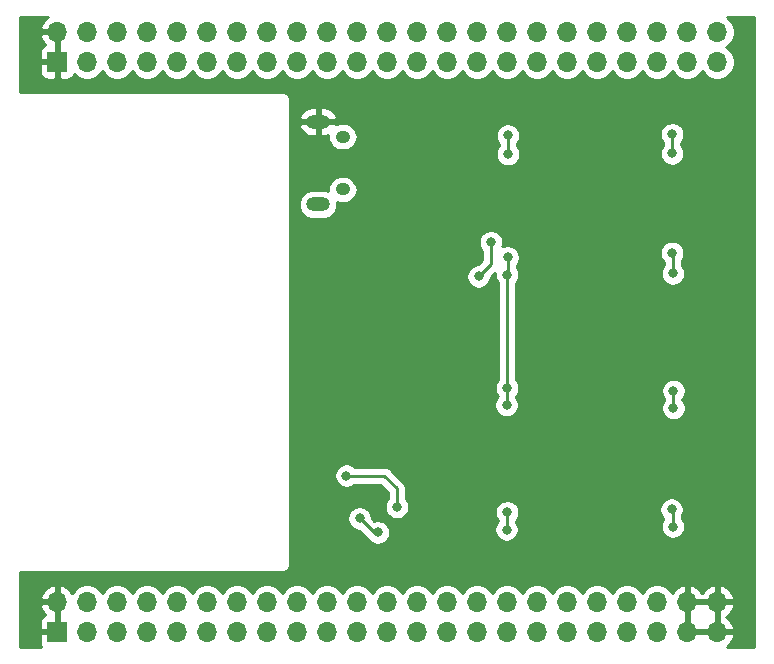
<source format=gbr>
%TF.GenerationSoftware,KiCad,Pcbnew,(5.1.9)-1*%
%TF.CreationDate,2021-11-09T16:08:34-06:00*%
%TF.ProjectId,SwitchBoard,53776974-6368-4426-9f61-72642e6b6963,rev?*%
%TF.SameCoordinates,Original*%
%TF.FileFunction,Copper,L2,Bot*%
%TF.FilePolarity,Positive*%
%FSLAX46Y46*%
G04 Gerber Fmt 4.6, Leading zero omitted, Abs format (unit mm)*
G04 Created by KiCad (PCBNEW (5.1.9)-1) date 2021-11-09 16:08:34*
%MOMM*%
%LPD*%
G01*
G04 APERTURE LIST*
%TA.AperFunction,ComponentPad*%
%ADD10O,1.700000X1.700000*%
%TD*%
%TA.AperFunction,ComponentPad*%
%ADD11R,1.700000X1.700000*%
%TD*%
%TA.AperFunction,ComponentPad*%
%ADD12O,1.200000X1.050000*%
%TD*%
%TA.AperFunction,ComponentPad*%
%ADD13O,2.000000X1.200000*%
%TD*%
%TA.AperFunction,ViaPad*%
%ADD14C,0.800000*%
%TD*%
%TA.AperFunction,Conductor*%
%ADD15C,0.250000*%
%TD*%
%TA.AperFunction,Conductor*%
%ADD16C,0.254000*%
%TD*%
%TA.AperFunction,Conductor*%
%ADD17C,0.100000*%
%TD*%
G04 APERTURE END LIST*
D10*
%TO.P,U3,46*%
%TO.N,GND*%
X59690000Y4445000D03*
%TO.P,U3,45*%
X59690000Y1905000D03*
%TO.P,U3,44*%
X57150000Y4445000D03*
%TO.P,U3,43*%
X57150000Y1905000D03*
%TO.P,U3,42*%
%TO.N,Net-(U3-Pad42)*%
X54610000Y4445000D03*
%TO.P,U3,41*%
%TO.N,Net-(U3-Pad41)*%
X54610000Y1905000D03*
%TO.P,U3,40*%
%TO.N,Net-(U3-Pad40)*%
X52070000Y4445000D03*
%TO.P,U3,39*%
%TO.N,Net-(U3-Pad39)*%
X52070000Y1905000D03*
%TO.P,U3,38*%
%TO.N,Net-(U3-Pad38)*%
X49530000Y4445000D03*
%TO.P,U3,37*%
%TO.N,Net-(U3-Pad37)*%
X49530000Y1905000D03*
%TO.P,U3,36*%
%TO.N,Net-(U3-Pad36)*%
X46990000Y4445000D03*
%TO.P,U3,35*%
%TO.N,Net-(U3-Pad35)*%
X46990000Y1905000D03*
%TO.P,U3,34*%
%TO.N,Net-(U3-Pad34)*%
X44450000Y4445000D03*
%TO.P,U3,33*%
%TO.N,Net-(U3-Pad33)*%
X44450000Y1905000D03*
%TO.P,U3,32*%
%TO.N,Net-(U3-Pad32)*%
X41910000Y4445000D03*
%TO.P,U3,31*%
%TO.N,Net-(U3-Pad31)*%
X41910000Y1905000D03*
%TO.P,U3,30*%
%TO.N,Net-(U3-Pad30)*%
X39370000Y4445000D03*
%TO.P,U3,29*%
%TO.N,Net-(U3-Pad29)*%
X39370000Y1905000D03*
%TO.P,U3,28*%
%TO.N,Net-(U3-Pad28)*%
X36830000Y4445000D03*
%TO.P,U3,27*%
%TO.N,Net-(U3-Pad27)*%
X36830000Y1905000D03*
%TO.P,U3,26*%
%TO.N,Net-(U3-Pad26)*%
X34290000Y4445000D03*
%TO.P,U3,25*%
%TO.N,Net-(R12-Pad2)*%
X34290000Y1905000D03*
%TO.P,U3,24*%
%TO.N,Net-(U3-Pad24)*%
X31750000Y4445000D03*
%TO.P,U3,23*%
%TO.N,Net-(U3-Pad23)*%
X31750000Y1905000D03*
%TO.P,U3,22*%
%TO.N,SCK*%
X29210000Y4445000D03*
%TO.P,U3,21*%
%TO.N,MOSI*%
X29210000Y1905000D03*
%TO.P,U3,20*%
%TO.N,Net-(U3-Pad20)*%
X26670000Y4445000D03*
%TO.P,U3,19*%
%TO.N,Net-(U3-Pad19)*%
X26670000Y1905000D03*
%TO.P,U3,18*%
%TO.N,MISO*%
X24130000Y4445000D03*
%TO.P,U3,17*%
%TO.N,Net-(R14-Pad2)*%
X24130000Y1905000D03*
%TO.P,U3,16*%
%TO.N,Net-(U3-Pad16)*%
X21590000Y4445000D03*
%TO.P,U3,15*%
%TO.N,Net-(U3-Pad15)*%
X21590000Y1905000D03*
%TO.P,U3,14*%
%TO.N,Net-(U3-Pad14)*%
X19050000Y4445000D03*
%TO.P,U3,13*%
%TO.N,Net-(U3-Pad13)*%
X19050000Y1905000D03*
%TO.P,U3,12*%
%TO.N,Net-(U3-Pad12)*%
X16510000Y4445000D03*
%TO.P,U3,11*%
%TO.N,Net-(U3-Pad11)*%
X16510000Y1905000D03*
%TO.P,U3,10*%
%TO.N,Net-(U3-Pad10)*%
X13970000Y4445000D03*
%TO.P,U3,9*%
%TO.N,Net-(U3-Pad9)*%
X13970000Y1905000D03*
%TO.P,U3,8*%
%TO.N,Net-(U3-Pad8)*%
X11430000Y4445000D03*
%TO.P,U3,7*%
%TO.N,Net-(U3-Pad7)*%
X11430000Y1905000D03*
%TO.P,U3,6*%
%TO.N,Net-(U3-Pad6)*%
X8890000Y4445000D03*
%TO.P,U3,5*%
%TO.N,Net-(U3-Pad5)*%
X8890000Y1905000D03*
%TO.P,U3,4*%
%TO.N,+3V3*%
X6350000Y4445000D03*
%TO.P,U3,3*%
X6350000Y1905000D03*
%TO.P,U3,2*%
%TO.N,GND*%
X3810000Y4445000D03*
D11*
%TO.P,U3,1*%
X3810000Y1905000D03*
%TD*%
D12*
%TO.P,J1,9*%
%TO.N,N/C*%
X28000800Y43830200D03*
%TO.P,J1,8*%
X28000800Y39380200D03*
D13*
%TO.P,J1,7*%
X25900800Y38105200D03*
%TO.P,J1,6*%
%TO.N,GND*%
X25900800Y45105200D03*
%TD*%
D11*
%TO.P,U1,1*%
%TO.N,GND*%
X3810000Y50165000D03*
D10*
%TO.P,U1,2*%
X3810000Y52705000D03*
%TO.P,U1,3*%
%TO.N,Net-(U1-Pad3)*%
X6350000Y50165000D03*
%TO.P,U1,4*%
%TO.N,Net-(U1-Pad4)*%
X6350000Y52705000D03*
%TO.P,U1,5*%
%TO.N,Net-(U1-Pad5)*%
X8890000Y50165000D03*
%TO.P,U1,6*%
%TO.N,Net-(U1-Pad6)*%
X8890000Y52705000D03*
%TO.P,U1,7*%
%TO.N,Net-(U1-Pad7)*%
X11430000Y50165000D03*
%TO.P,U1,8*%
%TO.N,Net-(U1-Pad8)*%
X11430000Y52705000D03*
%TO.P,U1,9*%
%TO.N,Net-(U1-Pad9)*%
X13970000Y50165000D03*
%TO.P,U1,10*%
%TO.N,Net-(U1-Pad10)*%
X13970000Y52705000D03*
%TO.P,U1,11*%
%TO.N,Net-(U1-Pad11)*%
X16510000Y50165000D03*
%TO.P,U1,12*%
%TO.N,Net-(U1-Pad12)*%
X16510000Y52705000D03*
%TO.P,U1,13*%
%TO.N,Net-(U1-Pad13)*%
X19050000Y50165000D03*
%TO.P,U1,14*%
%TO.N,Net-(U1-Pad14)*%
X19050000Y52705000D03*
%TO.P,U1,15*%
%TO.N,Net-(U1-Pad15)*%
X21590000Y50165000D03*
%TO.P,U1,16*%
%TO.N,Net-(U1-Pad16)*%
X21590000Y52705000D03*
%TO.P,U1,17*%
%TO.N,Net-(U1-Pad17)*%
X24130000Y50165000D03*
%TO.P,U1,18*%
%TO.N,Net-(U1-Pad18)*%
X24130000Y52705000D03*
%TO.P,U1,19*%
%TO.N,Net-(U1-Pad19)*%
X26670000Y50165000D03*
%TO.P,U1,20*%
%TO.N,Net-(U1-Pad20)*%
X26670000Y52705000D03*
%TO.P,U1,21*%
%TO.N,Net-(U1-Pad21)*%
X29210000Y50165000D03*
%TO.P,U1,22*%
%TO.N,Net-(U1-Pad22)*%
X29210000Y52705000D03*
%TO.P,U1,23*%
%TO.N,Net-(U1-Pad23)*%
X31750000Y50165000D03*
%TO.P,U1,24*%
%TO.N,Net-(U1-Pad24)*%
X31750000Y52705000D03*
%TO.P,U1,25*%
%TO.N,Net-(U1-Pad25)*%
X34290000Y50165000D03*
%TO.P,U1,26*%
%TO.N,Net-(U1-Pad26)*%
X34290000Y52705000D03*
%TO.P,U1,27*%
%TO.N,Net-(U1-Pad27)*%
X36830000Y50165000D03*
%TO.P,U1,28*%
%TO.N,Net-(U1-Pad28)*%
X36830000Y52705000D03*
%TO.P,U1,29*%
%TO.N,Net-(U1-Pad29)*%
X39370000Y50165000D03*
%TO.P,U1,30*%
%TO.N,Net-(U1-Pad30)*%
X39370000Y52705000D03*
%TO.P,U1,31*%
%TO.N,Net-(U1-Pad31)*%
X41910000Y50165000D03*
%TO.P,U1,32*%
%TO.N,Net-(U1-Pad32)*%
X41910000Y52705000D03*
%TO.P,U1,33*%
%TO.N,Net-(U1-Pad33)*%
X44450000Y50165000D03*
%TO.P,U1,34*%
%TO.N,Net-(U1-Pad34)*%
X44450000Y52705000D03*
%TO.P,U1,35*%
%TO.N,Net-(U1-Pad35)*%
X46990000Y50165000D03*
%TO.P,U1,36*%
%TO.N,Net-(U1-Pad36)*%
X46990000Y52705000D03*
%TO.P,U1,37*%
%TO.N,Net-(U1-Pad37)*%
X49530000Y50165000D03*
%TO.P,U1,38*%
%TO.N,Net-(U1-Pad38)*%
X49530000Y52705000D03*
%TO.P,U1,39*%
%TO.N,Net-(U1-Pad39)*%
X52070000Y50165000D03*
%TO.P,U1,40*%
%TO.N,Net-(U1-Pad40)*%
X52070000Y52705000D03*
%TO.P,U1,41*%
%TO.N,Net-(U1-Pad41)*%
X54610000Y50165000D03*
%TO.P,U1,42*%
%TO.N,Net-(U1-Pad42)*%
X54610000Y52705000D03*
%TO.P,U1,43*%
%TO.N,Net-(U1-Pad43)*%
X57150000Y50165000D03*
%TO.P,U1,44*%
%TO.N,Net-(U1-Pad44)*%
X57150000Y52705000D03*
%TO.P,U1,45*%
%TO.N,Net-(U1-Pad45)*%
X59690000Y50165000D03*
%TO.P,U1,46*%
%TO.N,Net-(U1-Pad46)*%
X59690000Y52705000D03*
%TD*%
D14*
%TO.N,GND*%
X52197000Y17399000D03*
X52070000Y28702000D03*
X62357000Y30226000D03*
X62230000Y35814000D03*
X62357000Y45974000D03*
X40640000Y16637000D03*
X48514000Y30353000D03*
X51943000Y38989000D03*
X48260000Y40386000D03*
X39116000Y38862000D03*
X48387000Y45974000D03*
X33147000Y36576000D03*
X35687000Y36703000D03*
X30734000Y36449000D03*
X48387000Y35687000D03*
X60833000Y42926000D03*
X46990000Y11430000D03*
X60960000Y11430000D03*
X60833000Y21590000D03*
X46863000Y21717000D03*
X36703000Y8001000D03*
X50800000Y8636000D03*
X34645600Y16103600D03*
X32562800Y7315200D03*
X24582547Y7523053D03*
X24384000Y17576800D03*
X28092400Y16713200D03*
X25908000Y40132000D03*
X29159200Y40081200D03*
X25755600Y32461200D03*
X26466800Y26720800D03*
X26873200Y21539200D03*
%TO.N,+3V3*%
X55880000Y44043600D03*
X55880000Y42418000D03*
X41960800Y43942000D03*
X41960800Y42367200D03*
X41958036Y33618000D03*
X41910000Y32168000D03*
X41910000Y22569000D03*
X41859200Y21119000D03*
X41910000Y12039600D03*
X41859200Y10578000D03*
X55930800Y10832000D03*
X55829200Y12282000D03*
X55981600Y20865000D03*
X55981600Y22315000D03*
X55930800Y32258000D03*
X55880000Y33999000D03*
X28295600Y15138400D03*
X32562800Y12496800D03*
%TO.N,SW_4*%
X39497000Y32004000D03*
X40538400Y34899600D03*
%TO.N,~CS*%
X29413200Y11531600D03*
X30958103Y10341786D03*
%TD*%
D15*
%TO.N,+3V3*%
X55880000Y44043600D02*
X55880000Y42418000D01*
X41960800Y43942000D02*
X41960800Y42367200D01*
X41958036Y32216036D02*
X41910000Y32168000D01*
X41958036Y33618000D02*
X41958036Y32216036D01*
X41910000Y32168000D02*
X41910000Y22569000D01*
X41910000Y21169800D02*
X41859200Y21119000D01*
X41910000Y22569000D02*
X41910000Y21169800D01*
X41910000Y10628800D02*
X41859200Y10578000D01*
X41910000Y12039600D02*
X41910000Y10628800D01*
X55930800Y12180400D02*
X55829200Y12282000D01*
X55930800Y10832000D02*
X55930800Y12180400D01*
X55981600Y20865000D02*
X55981600Y22315000D01*
X55930800Y33948200D02*
X55880000Y33999000D01*
X55930800Y32258000D02*
X55930800Y33948200D01*
X32562800Y12496800D02*
X32562800Y14071600D01*
X31496000Y15138400D02*
X28295600Y15138400D01*
X32562800Y14071600D02*
X31496000Y15138400D01*
%TO.N,SW_4*%
X40538400Y33045400D02*
X39497000Y32004000D01*
X40538400Y34899600D02*
X40538400Y33045400D01*
%TO.N,~CS*%
X30603014Y10341786D02*
X29413200Y11531600D01*
X30958103Y10341786D02*
X30603014Y10341786D01*
%TD*%
D16*
%TO.N,GND*%
X2809731Y53802588D02*
X2614822Y53586355D01*
X2465843Y53336252D01*
X2368519Y53061891D01*
X2489186Y52832000D01*
X3683000Y52832000D01*
X3683000Y52852000D01*
X3937000Y52852000D01*
X3937000Y52832000D01*
X3957000Y52832000D01*
X3957000Y52578000D01*
X3937000Y52578000D01*
X3937000Y50292000D01*
X3957000Y50292000D01*
X3957000Y50038000D01*
X3937000Y50038000D01*
X3937000Y48838750D01*
X4095750Y48680000D01*
X4660000Y48676928D01*
X4784482Y48689188D01*
X4904180Y48725498D01*
X5014494Y48784463D01*
X5111185Y48863815D01*
X5190537Y48960506D01*
X5249502Y49070820D01*
X5271513Y49143380D01*
X5403368Y49011525D01*
X5646589Y48849010D01*
X5916842Y48737068D01*
X6203740Y48680000D01*
X6496260Y48680000D01*
X6783158Y48737068D01*
X7053411Y48849010D01*
X7296632Y49011525D01*
X7503475Y49218368D01*
X7620000Y49392760D01*
X7736525Y49218368D01*
X7943368Y49011525D01*
X8186589Y48849010D01*
X8456842Y48737068D01*
X8743740Y48680000D01*
X9036260Y48680000D01*
X9323158Y48737068D01*
X9593411Y48849010D01*
X9836632Y49011525D01*
X10043475Y49218368D01*
X10160000Y49392760D01*
X10276525Y49218368D01*
X10483368Y49011525D01*
X10726589Y48849010D01*
X10996842Y48737068D01*
X11283740Y48680000D01*
X11576260Y48680000D01*
X11863158Y48737068D01*
X12133411Y48849010D01*
X12376632Y49011525D01*
X12583475Y49218368D01*
X12700000Y49392760D01*
X12816525Y49218368D01*
X13023368Y49011525D01*
X13266589Y48849010D01*
X13536842Y48737068D01*
X13823740Y48680000D01*
X14116260Y48680000D01*
X14403158Y48737068D01*
X14673411Y48849010D01*
X14916632Y49011525D01*
X15123475Y49218368D01*
X15240000Y49392760D01*
X15356525Y49218368D01*
X15563368Y49011525D01*
X15806589Y48849010D01*
X16076842Y48737068D01*
X16363740Y48680000D01*
X16656260Y48680000D01*
X16943158Y48737068D01*
X17213411Y48849010D01*
X17456632Y49011525D01*
X17663475Y49218368D01*
X17780000Y49392760D01*
X17896525Y49218368D01*
X18103368Y49011525D01*
X18346589Y48849010D01*
X18616842Y48737068D01*
X18903740Y48680000D01*
X19196260Y48680000D01*
X19483158Y48737068D01*
X19753411Y48849010D01*
X19996632Y49011525D01*
X20203475Y49218368D01*
X20320000Y49392760D01*
X20436525Y49218368D01*
X20643368Y49011525D01*
X20886589Y48849010D01*
X21156842Y48737068D01*
X21443740Y48680000D01*
X21736260Y48680000D01*
X22023158Y48737068D01*
X22293411Y48849010D01*
X22536632Y49011525D01*
X22743475Y49218368D01*
X22860000Y49392760D01*
X22976525Y49218368D01*
X23183368Y49011525D01*
X23426589Y48849010D01*
X23696842Y48737068D01*
X23983740Y48680000D01*
X24276260Y48680000D01*
X24563158Y48737068D01*
X24833411Y48849010D01*
X25076632Y49011525D01*
X25283475Y49218368D01*
X25400000Y49392760D01*
X25516525Y49218368D01*
X25723368Y49011525D01*
X25966589Y48849010D01*
X26236842Y48737068D01*
X26523740Y48680000D01*
X26816260Y48680000D01*
X27103158Y48737068D01*
X27373411Y48849010D01*
X27616632Y49011525D01*
X27823475Y49218368D01*
X27940000Y49392760D01*
X28056525Y49218368D01*
X28263368Y49011525D01*
X28506589Y48849010D01*
X28776842Y48737068D01*
X29063740Y48680000D01*
X29356260Y48680000D01*
X29643158Y48737068D01*
X29913411Y48849010D01*
X30156632Y49011525D01*
X30363475Y49218368D01*
X30480000Y49392760D01*
X30596525Y49218368D01*
X30803368Y49011525D01*
X31046589Y48849010D01*
X31316842Y48737068D01*
X31603740Y48680000D01*
X31896260Y48680000D01*
X32183158Y48737068D01*
X32453411Y48849010D01*
X32696632Y49011525D01*
X32903475Y49218368D01*
X33020000Y49392760D01*
X33136525Y49218368D01*
X33343368Y49011525D01*
X33586589Y48849010D01*
X33856842Y48737068D01*
X34143740Y48680000D01*
X34436260Y48680000D01*
X34723158Y48737068D01*
X34993411Y48849010D01*
X35236632Y49011525D01*
X35443475Y49218368D01*
X35560000Y49392760D01*
X35676525Y49218368D01*
X35883368Y49011525D01*
X36126589Y48849010D01*
X36396842Y48737068D01*
X36683740Y48680000D01*
X36976260Y48680000D01*
X37263158Y48737068D01*
X37533411Y48849010D01*
X37776632Y49011525D01*
X37983475Y49218368D01*
X38100000Y49392760D01*
X38216525Y49218368D01*
X38423368Y49011525D01*
X38666589Y48849010D01*
X38936842Y48737068D01*
X39223740Y48680000D01*
X39516260Y48680000D01*
X39803158Y48737068D01*
X40073411Y48849010D01*
X40316632Y49011525D01*
X40523475Y49218368D01*
X40640000Y49392760D01*
X40756525Y49218368D01*
X40963368Y49011525D01*
X41206589Y48849010D01*
X41476842Y48737068D01*
X41763740Y48680000D01*
X42056260Y48680000D01*
X42343158Y48737068D01*
X42613411Y48849010D01*
X42856632Y49011525D01*
X43063475Y49218368D01*
X43180000Y49392760D01*
X43296525Y49218368D01*
X43503368Y49011525D01*
X43746589Y48849010D01*
X44016842Y48737068D01*
X44303740Y48680000D01*
X44596260Y48680000D01*
X44883158Y48737068D01*
X45153411Y48849010D01*
X45396632Y49011525D01*
X45603475Y49218368D01*
X45720000Y49392760D01*
X45836525Y49218368D01*
X46043368Y49011525D01*
X46286589Y48849010D01*
X46556842Y48737068D01*
X46843740Y48680000D01*
X47136260Y48680000D01*
X47423158Y48737068D01*
X47693411Y48849010D01*
X47936632Y49011525D01*
X48143475Y49218368D01*
X48260000Y49392760D01*
X48376525Y49218368D01*
X48583368Y49011525D01*
X48826589Y48849010D01*
X49096842Y48737068D01*
X49383740Y48680000D01*
X49676260Y48680000D01*
X49963158Y48737068D01*
X50233411Y48849010D01*
X50476632Y49011525D01*
X50683475Y49218368D01*
X50800000Y49392760D01*
X50916525Y49218368D01*
X51123368Y49011525D01*
X51366589Y48849010D01*
X51636842Y48737068D01*
X51923740Y48680000D01*
X52216260Y48680000D01*
X52503158Y48737068D01*
X52773411Y48849010D01*
X53016632Y49011525D01*
X53223475Y49218368D01*
X53340000Y49392760D01*
X53456525Y49218368D01*
X53663368Y49011525D01*
X53906589Y48849010D01*
X54176842Y48737068D01*
X54463740Y48680000D01*
X54756260Y48680000D01*
X55043158Y48737068D01*
X55313411Y48849010D01*
X55556632Y49011525D01*
X55763475Y49218368D01*
X55880000Y49392760D01*
X55996525Y49218368D01*
X56203368Y49011525D01*
X56446589Y48849010D01*
X56716842Y48737068D01*
X57003740Y48680000D01*
X57296260Y48680000D01*
X57583158Y48737068D01*
X57853411Y48849010D01*
X58096632Y49011525D01*
X58303475Y49218368D01*
X58420000Y49392760D01*
X58536525Y49218368D01*
X58743368Y49011525D01*
X58986589Y48849010D01*
X59256842Y48737068D01*
X59543740Y48680000D01*
X59836260Y48680000D01*
X60123158Y48737068D01*
X60393411Y48849010D01*
X60636632Y49011525D01*
X60843475Y49218368D01*
X61005990Y49461589D01*
X61117932Y49731842D01*
X61175000Y50018740D01*
X61175000Y50311260D01*
X61117932Y50598158D01*
X61005990Y50868411D01*
X60843475Y51111632D01*
X60636632Y51318475D01*
X60462240Y51435000D01*
X60636632Y51551525D01*
X60843475Y51758368D01*
X61005990Y52001589D01*
X61117932Y52271842D01*
X61175000Y52558740D01*
X61175000Y52851260D01*
X61117932Y53138158D01*
X61005990Y53408411D01*
X60843475Y53651632D01*
X60636632Y53858475D01*
X60499655Y53950000D01*
X62840001Y53950000D01*
X62840000Y660000D01*
X60492637Y660000D01*
X60690269Y807412D01*
X60885178Y1023645D01*
X61034157Y1273748D01*
X61131481Y1548109D01*
X61010814Y1778000D01*
X59817000Y1778000D01*
X59817000Y1758000D01*
X59563000Y1758000D01*
X59563000Y1778000D01*
X57277000Y1778000D01*
X57277000Y1758000D01*
X57023000Y1758000D01*
X57023000Y1778000D01*
X57003000Y1778000D01*
X57003000Y2032000D01*
X57023000Y2032000D01*
X57023000Y4318000D01*
X57277000Y4318000D01*
X57277000Y2032000D01*
X59563000Y2032000D01*
X59563000Y4318000D01*
X59817000Y4318000D01*
X59817000Y2032000D01*
X61010814Y2032000D01*
X61131481Y2261891D01*
X61034157Y2536252D01*
X60885178Y2786355D01*
X60690269Y3002588D01*
X60459120Y3175000D01*
X60690269Y3347412D01*
X60885178Y3563645D01*
X61034157Y3813748D01*
X61131481Y4088109D01*
X61010814Y4318000D01*
X59817000Y4318000D01*
X59563000Y4318000D01*
X57277000Y4318000D01*
X57023000Y4318000D01*
X57003000Y4318000D01*
X57003000Y4572000D01*
X57023000Y4572000D01*
X57023000Y5765155D01*
X57277000Y5765155D01*
X57277000Y4572000D01*
X59563000Y4572000D01*
X59563000Y5765155D01*
X59817000Y5765155D01*
X59817000Y4572000D01*
X61010814Y4572000D01*
X61131481Y4801891D01*
X61034157Y5076252D01*
X60885178Y5326355D01*
X60690269Y5542588D01*
X60456920Y5716641D01*
X60194099Y5841825D01*
X60046890Y5886476D01*
X59817000Y5765155D01*
X59563000Y5765155D01*
X59333110Y5886476D01*
X59185901Y5841825D01*
X58923080Y5716641D01*
X58689731Y5542588D01*
X58494822Y5326355D01*
X58420000Y5200745D01*
X58345178Y5326355D01*
X58150269Y5542588D01*
X57916920Y5716641D01*
X57654099Y5841825D01*
X57506890Y5886476D01*
X57277000Y5765155D01*
X57023000Y5765155D01*
X56793110Y5886476D01*
X56645901Y5841825D01*
X56383080Y5716641D01*
X56149731Y5542588D01*
X55954822Y5326355D01*
X55885195Y5209466D01*
X55763475Y5391632D01*
X55556632Y5598475D01*
X55313411Y5760990D01*
X55043158Y5872932D01*
X54756260Y5930000D01*
X54463740Y5930000D01*
X54176842Y5872932D01*
X53906589Y5760990D01*
X53663368Y5598475D01*
X53456525Y5391632D01*
X53340000Y5217240D01*
X53223475Y5391632D01*
X53016632Y5598475D01*
X52773411Y5760990D01*
X52503158Y5872932D01*
X52216260Y5930000D01*
X51923740Y5930000D01*
X51636842Y5872932D01*
X51366589Y5760990D01*
X51123368Y5598475D01*
X50916525Y5391632D01*
X50800000Y5217240D01*
X50683475Y5391632D01*
X50476632Y5598475D01*
X50233411Y5760990D01*
X49963158Y5872932D01*
X49676260Y5930000D01*
X49383740Y5930000D01*
X49096842Y5872932D01*
X48826589Y5760990D01*
X48583368Y5598475D01*
X48376525Y5391632D01*
X48260000Y5217240D01*
X48143475Y5391632D01*
X47936632Y5598475D01*
X47693411Y5760990D01*
X47423158Y5872932D01*
X47136260Y5930000D01*
X46843740Y5930000D01*
X46556842Y5872932D01*
X46286589Y5760990D01*
X46043368Y5598475D01*
X45836525Y5391632D01*
X45720000Y5217240D01*
X45603475Y5391632D01*
X45396632Y5598475D01*
X45153411Y5760990D01*
X44883158Y5872932D01*
X44596260Y5930000D01*
X44303740Y5930000D01*
X44016842Y5872932D01*
X43746589Y5760990D01*
X43503368Y5598475D01*
X43296525Y5391632D01*
X43180000Y5217240D01*
X43063475Y5391632D01*
X42856632Y5598475D01*
X42613411Y5760990D01*
X42343158Y5872932D01*
X42056260Y5930000D01*
X41763740Y5930000D01*
X41476842Y5872932D01*
X41206589Y5760990D01*
X40963368Y5598475D01*
X40756525Y5391632D01*
X40640000Y5217240D01*
X40523475Y5391632D01*
X40316632Y5598475D01*
X40073411Y5760990D01*
X39803158Y5872932D01*
X39516260Y5930000D01*
X39223740Y5930000D01*
X38936842Y5872932D01*
X38666589Y5760990D01*
X38423368Y5598475D01*
X38216525Y5391632D01*
X38100000Y5217240D01*
X37983475Y5391632D01*
X37776632Y5598475D01*
X37533411Y5760990D01*
X37263158Y5872932D01*
X36976260Y5930000D01*
X36683740Y5930000D01*
X36396842Y5872932D01*
X36126589Y5760990D01*
X35883368Y5598475D01*
X35676525Y5391632D01*
X35560000Y5217240D01*
X35443475Y5391632D01*
X35236632Y5598475D01*
X34993411Y5760990D01*
X34723158Y5872932D01*
X34436260Y5930000D01*
X34143740Y5930000D01*
X33856842Y5872932D01*
X33586589Y5760990D01*
X33343368Y5598475D01*
X33136525Y5391632D01*
X33020000Y5217240D01*
X32903475Y5391632D01*
X32696632Y5598475D01*
X32453411Y5760990D01*
X32183158Y5872932D01*
X31896260Y5930000D01*
X31603740Y5930000D01*
X31316842Y5872932D01*
X31046589Y5760990D01*
X30803368Y5598475D01*
X30596525Y5391632D01*
X30480000Y5217240D01*
X30363475Y5391632D01*
X30156632Y5598475D01*
X29913411Y5760990D01*
X29643158Y5872932D01*
X29356260Y5930000D01*
X29063740Y5930000D01*
X28776842Y5872932D01*
X28506589Y5760990D01*
X28263368Y5598475D01*
X28056525Y5391632D01*
X27940000Y5217240D01*
X27823475Y5391632D01*
X27616632Y5598475D01*
X27373411Y5760990D01*
X27103158Y5872932D01*
X26816260Y5930000D01*
X26523740Y5930000D01*
X26236842Y5872932D01*
X25966589Y5760990D01*
X25723368Y5598475D01*
X25516525Y5391632D01*
X25400000Y5217240D01*
X25283475Y5391632D01*
X25076632Y5598475D01*
X24833411Y5760990D01*
X24563158Y5872932D01*
X24276260Y5930000D01*
X23983740Y5930000D01*
X23696842Y5872932D01*
X23426589Y5760990D01*
X23183368Y5598475D01*
X22976525Y5391632D01*
X22860000Y5217240D01*
X22743475Y5391632D01*
X22536632Y5598475D01*
X22293411Y5760990D01*
X22023158Y5872932D01*
X21736260Y5930000D01*
X21443740Y5930000D01*
X21156842Y5872932D01*
X20886589Y5760990D01*
X20643368Y5598475D01*
X20436525Y5391632D01*
X20320000Y5217240D01*
X20203475Y5391632D01*
X19996632Y5598475D01*
X19753411Y5760990D01*
X19483158Y5872932D01*
X19196260Y5930000D01*
X18903740Y5930000D01*
X18616842Y5872932D01*
X18346589Y5760990D01*
X18103368Y5598475D01*
X17896525Y5391632D01*
X17780000Y5217240D01*
X17663475Y5391632D01*
X17456632Y5598475D01*
X17213411Y5760990D01*
X16943158Y5872932D01*
X16656260Y5930000D01*
X16363740Y5930000D01*
X16076842Y5872932D01*
X15806589Y5760990D01*
X15563368Y5598475D01*
X15356525Y5391632D01*
X15240000Y5217240D01*
X15123475Y5391632D01*
X14916632Y5598475D01*
X14673411Y5760990D01*
X14403158Y5872932D01*
X14116260Y5930000D01*
X13823740Y5930000D01*
X13536842Y5872932D01*
X13266589Y5760990D01*
X13023368Y5598475D01*
X12816525Y5391632D01*
X12700000Y5217240D01*
X12583475Y5391632D01*
X12376632Y5598475D01*
X12133411Y5760990D01*
X11863158Y5872932D01*
X11576260Y5930000D01*
X11283740Y5930000D01*
X10996842Y5872932D01*
X10726589Y5760990D01*
X10483368Y5598475D01*
X10276525Y5391632D01*
X10160000Y5217240D01*
X10043475Y5391632D01*
X9836632Y5598475D01*
X9593411Y5760990D01*
X9323158Y5872932D01*
X9036260Y5930000D01*
X8743740Y5930000D01*
X8456842Y5872932D01*
X8186589Y5760990D01*
X7943368Y5598475D01*
X7736525Y5391632D01*
X7620000Y5217240D01*
X7503475Y5391632D01*
X7296632Y5598475D01*
X7053411Y5760990D01*
X6783158Y5872932D01*
X6496260Y5930000D01*
X6203740Y5930000D01*
X5916842Y5872932D01*
X5646589Y5760990D01*
X5403368Y5598475D01*
X5196525Y5391632D01*
X5074805Y5209466D01*
X5005178Y5326355D01*
X4810269Y5542588D01*
X4576920Y5716641D01*
X4314099Y5841825D01*
X4166890Y5886476D01*
X3937000Y5765155D01*
X3937000Y4572000D01*
X3957000Y4572000D01*
X3957000Y4318000D01*
X3937000Y4318000D01*
X3937000Y2032000D01*
X3957000Y2032000D01*
X3957000Y1778000D01*
X3937000Y1778000D01*
X3937000Y1758000D01*
X3683000Y1758000D01*
X3683000Y1778000D01*
X2483750Y1778000D01*
X2325000Y1619250D01*
X2321928Y1055000D01*
X2334188Y930518D01*
X2370498Y810820D01*
X2429463Y700506D01*
X2462705Y660000D01*
X660000Y660000D01*
X660000Y2755000D01*
X2321928Y2755000D01*
X2325000Y2190750D01*
X2483750Y2032000D01*
X3683000Y2032000D01*
X3683000Y4318000D01*
X2489186Y4318000D01*
X2368519Y4088109D01*
X2465843Y3813748D01*
X2614822Y3563645D01*
X2791626Y3367498D01*
X2715820Y3344502D01*
X2605506Y3285537D01*
X2508815Y3206185D01*
X2429463Y3109494D01*
X2370498Y2999180D01*
X2334188Y2879482D01*
X2321928Y2755000D01*
X660000Y2755000D01*
X660000Y4801891D01*
X2368519Y4801891D01*
X2489186Y4572000D01*
X3683000Y4572000D01*
X3683000Y5765155D01*
X3453110Y5886476D01*
X3305901Y5841825D01*
X3043080Y5716641D01*
X2809731Y5542588D01*
X2614822Y5326355D01*
X2465843Y5076252D01*
X2368519Y4801891D01*
X660000Y4801891D01*
X660000Y6960000D01*
X22827581Y6960000D01*
X22860000Y6956807D01*
X22892419Y6960000D01*
X22989383Y6969550D01*
X23113793Y7007290D01*
X23228450Y7068575D01*
X23328948Y7151052D01*
X23411425Y7251550D01*
X23472710Y7366207D01*
X23510450Y7490617D01*
X23523193Y7620000D01*
X23520000Y7652419D01*
X23520000Y11633539D01*
X28378200Y11633539D01*
X28378200Y11429661D01*
X28417974Y11229702D01*
X28495995Y11041344D01*
X28609263Y10871826D01*
X28753426Y10727663D01*
X28922944Y10614395D01*
X29111302Y10536374D01*
X29311261Y10496600D01*
X29373399Y10496600D01*
X30039215Y9830783D01*
X30063013Y9801785D01*
X30087642Y9781573D01*
X30154166Y9682012D01*
X30298329Y9537849D01*
X30467847Y9424581D01*
X30656205Y9346560D01*
X30856164Y9306786D01*
X31060042Y9306786D01*
X31260001Y9346560D01*
X31448359Y9424581D01*
X31617877Y9537849D01*
X31762040Y9682012D01*
X31875308Y9851530D01*
X31953329Y10039888D01*
X31993103Y10239847D01*
X31993103Y10443725D01*
X31953329Y10643684D01*
X31938312Y10679939D01*
X40824200Y10679939D01*
X40824200Y10476061D01*
X40863974Y10276102D01*
X40941995Y10087744D01*
X41055263Y9918226D01*
X41199426Y9774063D01*
X41368944Y9660795D01*
X41557302Y9582774D01*
X41757261Y9543000D01*
X41961139Y9543000D01*
X42161098Y9582774D01*
X42349456Y9660795D01*
X42518974Y9774063D01*
X42663137Y9918226D01*
X42776405Y10087744D01*
X42854426Y10276102D01*
X42894200Y10476061D01*
X42894200Y10679939D01*
X42854426Y10879898D01*
X42776405Y11068256D01*
X42670000Y11227503D01*
X42670000Y11335889D01*
X42713937Y11379826D01*
X42827205Y11549344D01*
X42905226Y11737702D01*
X42945000Y11937661D01*
X42945000Y12141539D01*
X42905226Y12341498D01*
X42887647Y12383939D01*
X54794200Y12383939D01*
X54794200Y12180061D01*
X54833974Y11980102D01*
X54911995Y11791744D01*
X55025263Y11622226D01*
X55141289Y11506200D01*
X55126863Y11491774D01*
X55013595Y11322256D01*
X54935574Y11133898D01*
X54895800Y10933939D01*
X54895800Y10730061D01*
X54935574Y10530102D01*
X55013595Y10341744D01*
X55126863Y10172226D01*
X55271026Y10028063D01*
X55440544Y9914795D01*
X55628902Y9836774D01*
X55828861Y9797000D01*
X56032739Y9797000D01*
X56232698Y9836774D01*
X56421056Y9914795D01*
X56590574Y10028063D01*
X56734737Y10172226D01*
X56848005Y10341744D01*
X56926026Y10530102D01*
X56965800Y10730061D01*
X56965800Y10933939D01*
X56926026Y11133898D01*
X56848005Y11322256D01*
X56734737Y11491774D01*
X56690800Y11535711D01*
X56690800Y11708525D01*
X56746405Y11791744D01*
X56824426Y11980102D01*
X56864200Y12180061D01*
X56864200Y12383939D01*
X56824426Y12583898D01*
X56746405Y12772256D01*
X56633137Y12941774D01*
X56488974Y13085937D01*
X56319456Y13199205D01*
X56131098Y13277226D01*
X55931139Y13317000D01*
X55727261Y13317000D01*
X55527302Y13277226D01*
X55338944Y13199205D01*
X55169426Y13085937D01*
X55025263Y12941774D01*
X54911995Y12772256D01*
X54833974Y12583898D01*
X54794200Y12383939D01*
X42887647Y12383939D01*
X42827205Y12529856D01*
X42713937Y12699374D01*
X42569774Y12843537D01*
X42400256Y12956805D01*
X42211898Y13034826D01*
X42011939Y13074600D01*
X41808061Y13074600D01*
X41608102Y13034826D01*
X41419744Y12956805D01*
X41250226Y12843537D01*
X41106063Y12699374D01*
X40992795Y12529856D01*
X40914774Y12341498D01*
X40875000Y12141539D01*
X40875000Y11937661D01*
X40914774Y11737702D01*
X40992795Y11549344D01*
X41106063Y11379826D01*
X41150000Y11335889D01*
X41150001Y11332512D01*
X41055263Y11237774D01*
X40941995Y11068256D01*
X40863974Y10879898D01*
X40824200Y10679939D01*
X31938312Y10679939D01*
X31875308Y10832042D01*
X31762040Y11001560D01*
X31617877Y11145723D01*
X31448359Y11258991D01*
X31260001Y11337012D01*
X31060042Y11376786D01*
X30856164Y11376786D01*
X30678212Y11341389D01*
X30448200Y11571401D01*
X30448200Y11633539D01*
X30408426Y11833498D01*
X30330405Y12021856D01*
X30217137Y12191374D01*
X30072974Y12335537D01*
X29903456Y12448805D01*
X29715098Y12526826D01*
X29515139Y12566600D01*
X29311261Y12566600D01*
X29111302Y12526826D01*
X28922944Y12448805D01*
X28753426Y12335537D01*
X28609263Y12191374D01*
X28495995Y12021856D01*
X28417974Y11833498D01*
X28378200Y11633539D01*
X23520000Y11633539D01*
X23520000Y15240339D01*
X27260600Y15240339D01*
X27260600Y15036461D01*
X27300374Y14836502D01*
X27378395Y14648144D01*
X27491663Y14478626D01*
X27635826Y14334463D01*
X27805344Y14221195D01*
X27993702Y14143174D01*
X28193661Y14103400D01*
X28397539Y14103400D01*
X28597498Y14143174D01*
X28785856Y14221195D01*
X28955374Y14334463D01*
X28999311Y14378400D01*
X31181199Y14378400D01*
X31802801Y13756797D01*
X31802800Y13200511D01*
X31758863Y13156574D01*
X31645595Y12987056D01*
X31567574Y12798698D01*
X31527800Y12598739D01*
X31527800Y12394861D01*
X31567574Y12194902D01*
X31645595Y12006544D01*
X31758863Y11837026D01*
X31903026Y11692863D01*
X32072544Y11579595D01*
X32260902Y11501574D01*
X32460861Y11461800D01*
X32664739Y11461800D01*
X32864698Y11501574D01*
X33053056Y11579595D01*
X33222574Y11692863D01*
X33366737Y11837026D01*
X33480005Y12006544D01*
X33558026Y12194902D01*
X33597800Y12394861D01*
X33597800Y12598739D01*
X33558026Y12798698D01*
X33480005Y12987056D01*
X33366737Y13156574D01*
X33322800Y13200511D01*
X33322800Y14034278D01*
X33326476Y14071601D01*
X33322800Y14108924D01*
X33322800Y14108933D01*
X33311803Y14220586D01*
X33268346Y14363847D01*
X33254689Y14389397D01*
X33197774Y14495877D01*
X33126599Y14582603D01*
X33102801Y14611601D01*
X33073803Y14635399D01*
X32059804Y15649398D01*
X32036001Y15678401D01*
X31920276Y15773374D01*
X31788247Y15843946D01*
X31644986Y15887403D01*
X31533333Y15898400D01*
X31533322Y15898400D01*
X31496000Y15902076D01*
X31458678Y15898400D01*
X28999311Y15898400D01*
X28955374Y15942337D01*
X28785856Y16055605D01*
X28597498Y16133626D01*
X28397539Y16173400D01*
X28193661Y16173400D01*
X27993702Y16133626D01*
X27805344Y16055605D01*
X27635826Y15942337D01*
X27491663Y15798174D01*
X27378395Y15628656D01*
X27300374Y15440298D01*
X27260600Y15240339D01*
X23520000Y15240339D01*
X23520000Y32105939D01*
X38462000Y32105939D01*
X38462000Y31902061D01*
X38501774Y31702102D01*
X38579795Y31513744D01*
X38693063Y31344226D01*
X38837226Y31200063D01*
X39006744Y31086795D01*
X39195102Y31008774D01*
X39395061Y30969000D01*
X39598939Y30969000D01*
X39798898Y31008774D01*
X39987256Y31086795D01*
X40156774Y31200063D01*
X40300937Y31344226D01*
X40414205Y31513744D01*
X40492226Y31702102D01*
X40532000Y31902061D01*
X40532000Y31964199D01*
X40884251Y32316450D01*
X40875000Y32269939D01*
X40875000Y32066061D01*
X40914774Y31866102D01*
X40992795Y31677744D01*
X41106063Y31508226D01*
X41150000Y31464289D01*
X41150001Y23272712D01*
X41106063Y23228774D01*
X40992795Y23059256D01*
X40914774Y22870898D01*
X40875000Y22670939D01*
X40875000Y22467061D01*
X40914774Y22267102D01*
X40992795Y22078744D01*
X41106063Y21909226D01*
X41145889Y21869400D01*
X41055263Y21778774D01*
X40941995Y21609256D01*
X40863974Y21420898D01*
X40824200Y21220939D01*
X40824200Y21017061D01*
X40863974Y20817102D01*
X40941995Y20628744D01*
X41055263Y20459226D01*
X41199426Y20315063D01*
X41368944Y20201795D01*
X41557302Y20123774D01*
X41757261Y20084000D01*
X41961139Y20084000D01*
X42161098Y20123774D01*
X42349456Y20201795D01*
X42518974Y20315063D01*
X42663137Y20459226D01*
X42776405Y20628744D01*
X42854426Y20817102D01*
X42894200Y21017061D01*
X42894200Y21220939D01*
X42854426Y21420898D01*
X42776405Y21609256D01*
X42670000Y21768503D01*
X42670000Y21865289D01*
X42713937Y21909226D01*
X42827205Y22078744D01*
X42905226Y22267102D01*
X42935030Y22416939D01*
X54946600Y22416939D01*
X54946600Y22213061D01*
X54986374Y22013102D01*
X55064395Y21824744D01*
X55177663Y21655226D01*
X55221601Y21611288D01*
X55221600Y21568711D01*
X55177663Y21524774D01*
X55064395Y21355256D01*
X54986374Y21166898D01*
X54946600Y20966939D01*
X54946600Y20763061D01*
X54986374Y20563102D01*
X55064395Y20374744D01*
X55177663Y20205226D01*
X55321826Y20061063D01*
X55491344Y19947795D01*
X55679702Y19869774D01*
X55879661Y19830000D01*
X56083539Y19830000D01*
X56283498Y19869774D01*
X56471856Y19947795D01*
X56641374Y20061063D01*
X56785537Y20205226D01*
X56898805Y20374744D01*
X56976826Y20563102D01*
X57016600Y20763061D01*
X57016600Y20966939D01*
X56976826Y21166898D01*
X56898805Y21355256D01*
X56785537Y21524774D01*
X56741600Y21568711D01*
X56741600Y21611289D01*
X56785537Y21655226D01*
X56898805Y21824744D01*
X56976826Y22013102D01*
X57016600Y22213061D01*
X57016600Y22416939D01*
X56976826Y22616898D01*
X56898805Y22805256D01*
X56785537Y22974774D01*
X56641374Y23118937D01*
X56471856Y23232205D01*
X56283498Y23310226D01*
X56083539Y23350000D01*
X55879661Y23350000D01*
X55679702Y23310226D01*
X55491344Y23232205D01*
X55321826Y23118937D01*
X55177663Y22974774D01*
X55064395Y22805256D01*
X54986374Y22616898D01*
X54946600Y22416939D01*
X42935030Y22416939D01*
X42945000Y22467061D01*
X42945000Y22670939D01*
X42905226Y22870898D01*
X42827205Y23059256D01*
X42713937Y23228774D01*
X42670000Y23272711D01*
X42670000Y31464289D01*
X42713937Y31508226D01*
X42827205Y31677744D01*
X42905226Y31866102D01*
X42945000Y32066061D01*
X42945000Y32269939D01*
X42905226Y32469898D01*
X42827205Y32658256D01*
X42718036Y32821639D01*
X42718036Y32914289D01*
X42761973Y32958226D01*
X42875241Y33127744D01*
X42953262Y33316102D01*
X42993036Y33516061D01*
X42993036Y33719939D01*
X42953262Y33919898D01*
X42878272Y34100939D01*
X54845000Y34100939D01*
X54845000Y33897061D01*
X54884774Y33697102D01*
X54962795Y33508744D01*
X55076063Y33339226D01*
X55170801Y33244488D01*
X55170800Y32961711D01*
X55126863Y32917774D01*
X55013595Y32748256D01*
X54935574Y32559898D01*
X54895800Y32359939D01*
X54895800Y32156061D01*
X54935574Y31956102D01*
X55013595Y31767744D01*
X55126863Y31598226D01*
X55271026Y31454063D01*
X55440544Y31340795D01*
X55628902Y31262774D01*
X55828861Y31223000D01*
X56032739Y31223000D01*
X56232698Y31262774D01*
X56421056Y31340795D01*
X56590574Y31454063D01*
X56734737Y31598226D01*
X56848005Y31767744D01*
X56926026Y31956102D01*
X56965800Y32156061D01*
X56965800Y32359939D01*
X56926026Y32559898D01*
X56848005Y32748256D01*
X56734737Y32917774D01*
X56690800Y32961711D01*
X56690800Y33349497D01*
X56797205Y33508744D01*
X56875226Y33697102D01*
X56915000Y33897061D01*
X56915000Y34100939D01*
X56875226Y34300898D01*
X56797205Y34489256D01*
X56683937Y34658774D01*
X56539774Y34802937D01*
X56370256Y34916205D01*
X56181898Y34994226D01*
X55981939Y35034000D01*
X55778061Y35034000D01*
X55578102Y34994226D01*
X55389744Y34916205D01*
X55220226Y34802937D01*
X55076063Y34658774D01*
X54962795Y34489256D01*
X54884774Y34300898D01*
X54845000Y34100939D01*
X42878272Y34100939D01*
X42875241Y34108256D01*
X42761973Y34277774D01*
X42617810Y34421937D01*
X42448292Y34535205D01*
X42259934Y34613226D01*
X42059975Y34653000D01*
X41856097Y34653000D01*
X41656138Y34613226D01*
X41516015Y34555185D01*
X41533626Y34597702D01*
X41573400Y34797661D01*
X41573400Y35001539D01*
X41533626Y35201498D01*
X41455605Y35389856D01*
X41342337Y35559374D01*
X41198174Y35703537D01*
X41028656Y35816805D01*
X40840298Y35894826D01*
X40640339Y35934600D01*
X40436461Y35934600D01*
X40236502Y35894826D01*
X40048144Y35816805D01*
X39878626Y35703537D01*
X39734463Y35559374D01*
X39621195Y35389856D01*
X39543174Y35201498D01*
X39503400Y35001539D01*
X39503400Y34797661D01*
X39543174Y34597702D01*
X39621195Y34409344D01*
X39734463Y34239826D01*
X39778400Y34195889D01*
X39778401Y33360203D01*
X39457199Y33039000D01*
X39395061Y33039000D01*
X39195102Y32999226D01*
X39006744Y32921205D01*
X38837226Y32807937D01*
X38693063Y32663774D01*
X38579795Y32494256D01*
X38501774Y32305898D01*
X38462000Y32105939D01*
X23520000Y32105939D01*
X23520000Y38105200D01*
X24259825Y38105200D01*
X24283670Y37863098D01*
X24354289Y37630299D01*
X24468967Y37415751D01*
X24623298Y37227698D01*
X24811351Y37073367D01*
X25025899Y36958689D01*
X25258698Y36888070D01*
X25440135Y36870200D01*
X26361465Y36870200D01*
X26542902Y36888070D01*
X26775701Y36958689D01*
X26990249Y37073367D01*
X27178302Y37227698D01*
X27332633Y37415751D01*
X27447311Y37630299D01*
X27517930Y37863098D01*
X27541775Y38105200D01*
X27523572Y38290019D01*
X27698400Y38236985D01*
X27868821Y38220200D01*
X28132779Y38220200D01*
X28303200Y38236985D01*
X28521860Y38303315D01*
X28723379Y38411029D01*
X28900012Y38555988D01*
X29044971Y38732621D01*
X29152685Y38934140D01*
X29219015Y39152800D01*
X29241412Y39380200D01*
X29219015Y39607600D01*
X29152685Y39826260D01*
X29044971Y40027779D01*
X28900012Y40204412D01*
X28723379Y40349371D01*
X28521860Y40457085D01*
X28303200Y40523415D01*
X28132779Y40540200D01*
X27868821Y40540200D01*
X27698400Y40523415D01*
X27479740Y40457085D01*
X27278221Y40349371D01*
X27101588Y40204412D01*
X26956629Y40027779D01*
X26848915Y39826260D01*
X26782585Y39607600D01*
X26760188Y39380200D01*
X26772755Y39252605D01*
X26542902Y39322330D01*
X26361465Y39340200D01*
X25440135Y39340200D01*
X25258698Y39322330D01*
X25025899Y39251711D01*
X24811351Y39137033D01*
X24623298Y38982702D01*
X24468967Y38794649D01*
X24354289Y38580101D01*
X24283670Y38347302D01*
X24259825Y38105200D01*
X23520000Y38105200D01*
X23520000Y44787591D01*
X24307338Y44787591D01*
X24311209Y44749918D01*
X24403379Y44524667D01*
X24537722Y44321726D01*
X24709075Y44148893D01*
X24910854Y44012810D01*
X25135304Y43918707D01*
X25373800Y43870200D01*
X25773800Y43870200D01*
X25773800Y44978200D01*
X26027800Y44978200D01*
X26027800Y43870200D01*
X26427800Y43870200D01*
X26666296Y43918707D01*
X26773325Y43963580D01*
X26760188Y43830200D01*
X26782585Y43602800D01*
X26848915Y43384140D01*
X26956629Y43182621D01*
X27101588Y43005988D01*
X27278221Y42861029D01*
X27479740Y42753315D01*
X27698400Y42686985D01*
X27868821Y42670200D01*
X28132779Y42670200D01*
X28303200Y42686985D01*
X28521860Y42753315D01*
X28723379Y42861029D01*
X28900012Y43005988D01*
X29044971Y43182621D01*
X29152685Y43384140D01*
X29219015Y43602800D01*
X29241412Y43830200D01*
X29220361Y44043939D01*
X40925800Y44043939D01*
X40925800Y43840061D01*
X40965574Y43640102D01*
X41043595Y43451744D01*
X41156863Y43282226D01*
X41200800Y43238289D01*
X41200801Y43070912D01*
X41156863Y43026974D01*
X41043595Y42857456D01*
X40965574Y42669098D01*
X40925800Y42469139D01*
X40925800Y42265261D01*
X40965574Y42065302D01*
X41043595Y41876944D01*
X41156863Y41707426D01*
X41301026Y41563263D01*
X41470544Y41449995D01*
X41658902Y41371974D01*
X41858861Y41332200D01*
X42062739Y41332200D01*
X42262698Y41371974D01*
X42451056Y41449995D01*
X42620574Y41563263D01*
X42764737Y41707426D01*
X42878005Y41876944D01*
X42956026Y42065302D01*
X42995800Y42265261D01*
X42995800Y42469139D01*
X42956026Y42669098D01*
X42878005Y42857456D01*
X42764737Y43026974D01*
X42720800Y43070911D01*
X42720800Y43238289D01*
X42764737Y43282226D01*
X42878005Y43451744D01*
X42956026Y43640102D01*
X42995800Y43840061D01*
X42995800Y44043939D01*
X42975591Y44145539D01*
X54845000Y44145539D01*
X54845000Y43941661D01*
X54884774Y43741702D01*
X54962795Y43553344D01*
X55076063Y43383826D01*
X55120000Y43339889D01*
X55120001Y43121712D01*
X55076063Y43077774D01*
X54962795Y42908256D01*
X54884774Y42719898D01*
X54845000Y42519939D01*
X54845000Y42316061D01*
X54884774Y42116102D01*
X54962795Y41927744D01*
X55076063Y41758226D01*
X55220226Y41614063D01*
X55389744Y41500795D01*
X55578102Y41422774D01*
X55778061Y41383000D01*
X55981939Y41383000D01*
X56181898Y41422774D01*
X56370256Y41500795D01*
X56539774Y41614063D01*
X56683937Y41758226D01*
X56797205Y41927744D01*
X56875226Y42116102D01*
X56915000Y42316061D01*
X56915000Y42519939D01*
X56875226Y42719898D01*
X56797205Y42908256D01*
X56683937Y43077774D01*
X56640000Y43121711D01*
X56640000Y43339889D01*
X56683937Y43383826D01*
X56797205Y43553344D01*
X56875226Y43741702D01*
X56915000Y43941661D01*
X56915000Y44145539D01*
X56875226Y44345498D01*
X56797205Y44533856D01*
X56683937Y44703374D01*
X56539774Y44847537D01*
X56370256Y44960805D01*
X56181898Y45038826D01*
X55981939Y45078600D01*
X55778061Y45078600D01*
X55578102Y45038826D01*
X55389744Y44960805D01*
X55220226Y44847537D01*
X55076063Y44703374D01*
X54962795Y44533856D01*
X54884774Y44345498D01*
X54845000Y44145539D01*
X42975591Y44145539D01*
X42956026Y44243898D01*
X42878005Y44432256D01*
X42764737Y44601774D01*
X42620574Y44745937D01*
X42451056Y44859205D01*
X42262698Y44937226D01*
X42062739Y44977000D01*
X41858861Y44977000D01*
X41658902Y44937226D01*
X41470544Y44859205D01*
X41301026Y44745937D01*
X41156863Y44601774D01*
X41043595Y44432256D01*
X40965574Y44243898D01*
X40925800Y44043939D01*
X29220361Y44043939D01*
X29219015Y44057600D01*
X29152685Y44276260D01*
X29044971Y44477779D01*
X28900012Y44654412D01*
X28723379Y44799371D01*
X28521860Y44907085D01*
X28303200Y44973415D01*
X28132779Y44990200D01*
X27868821Y44990200D01*
X27698400Y44973415D01*
X27479740Y44907085D01*
X27432567Y44881871D01*
X27369531Y44978200D01*
X26027800Y44978200D01*
X25773800Y44978200D01*
X24432069Y44978200D01*
X24307338Y44787591D01*
X23520000Y44787591D01*
X23520000Y45422809D01*
X24307338Y45422809D01*
X24432069Y45232200D01*
X25773800Y45232200D01*
X25773800Y46340200D01*
X26027800Y46340200D01*
X26027800Y45232200D01*
X27369531Y45232200D01*
X27494262Y45422809D01*
X27490391Y45460482D01*
X27398221Y45685733D01*
X27263878Y45888674D01*
X27092525Y46061507D01*
X26890746Y46197590D01*
X26666296Y46291693D01*
X26427800Y46340200D01*
X26027800Y46340200D01*
X25773800Y46340200D01*
X25373800Y46340200D01*
X25135304Y46291693D01*
X24910854Y46197590D01*
X24709075Y46061507D01*
X24537722Y45888674D01*
X24403379Y45685733D01*
X24311209Y45460482D01*
X24307338Y45422809D01*
X23520000Y45422809D01*
X23520000Y46957582D01*
X23523193Y46990000D01*
X23510450Y47119383D01*
X23472710Y47243793D01*
X23411425Y47358450D01*
X23328948Y47458948D01*
X23228450Y47541425D01*
X23113793Y47602710D01*
X22989383Y47640450D01*
X22892419Y47650000D01*
X22860000Y47653193D01*
X22827581Y47650000D01*
X660000Y47650000D01*
X660000Y49315000D01*
X2321928Y49315000D01*
X2334188Y49190518D01*
X2370498Y49070820D01*
X2429463Y48960506D01*
X2508815Y48863815D01*
X2605506Y48784463D01*
X2715820Y48725498D01*
X2835518Y48689188D01*
X2960000Y48676928D01*
X3524250Y48680000D01*
X3683000Y48838750D01*
X3683000Y50038000D01*
X2483750Y50038000D01*
X2325000Y49879250D01*
X2321928Y49315000D01*
X660000Y49315000D01*
X660000Y51015000D01*
X2321928Y51015000D01*
X2325000Y50450750D01*
X2483750Y50292000D01*
X3683000Y50292000D01*
X3683000Y52578000D01*
X2489186Y52578000D01*
X2368519Y52348109D01*
X2465843Y52073748D01*
X2614822Y51823645D01*
X2791626Y51627498D01*
X2715820Y51604502D01*
X2605506Y51545537D01*
X2508815Y51466185D01*
X2429463Y51369494D01*
X2370498Y51259180D01*
X2334188Y51139482D01*
X2321928Y51015000D01*
X660000Y51015000D01*
X660000Y53950000D01*
X3007363Y53950000D01*
X2809731Y53802588D01*
%TA.AperFunction,Conductor*%
D17*
G36*
X2809731Y53802588D02*
G01*
X2614822Y53586355D01*
X2465843Y53336252D01*
X2368519Y53061891D01*
X2489186Y52832000D01*
X3683000Y52832000D01*
X3683000Y52852000D01*
X3937000Y52852000D01*
X3937000Y52832000D01*
X3957000Y52832000D01*
X3957000Y52578000D01*
X3937000Y52578000D01*
X3937000Y50292000D01*
X3957000Y50292000D01*
X3957000Y50038000D01*
X3937000Y50038000D01*
X3937000Y48838750D01*
X4095750Y48680000D01*
X4660000Y48676928D01*
X4784482Y48689188D01*
X4904180Y48725498D01*
X5014494Y48784463D01*
X5111185Y48863815D01*
X5190537Y48960506D01*
X5249502Y49070820D01*
X5271513Y49143380D01*
X5403368Y49011525D01*
X5646589Y48849010D01*
X5916842Y48737068D01*
X6203740Y48680000D01*
X6496260Y48680000D01*
X6783158Y48737068D01*
X7053411Y48849010D01*
X7296632Y49011525D01*
X7503475Y49218368D01*
X7620000Y49392760D01*
X7736525Y49218368D01*
X7943368Y49011525D01*
X8186589Y48849010D01*
X8456842Y48737068D01*
X8743740Y48680000D01*
X9036260Y48680000D01*
X9323158Y48737068D01*
X9593411Y48849010D01*
X9836632Y49011525D01*
X10043475Y49218368D01*
X10160000Y49392760D01*
X10276525Y49218368D01*
X10483368Y49011525D01*
X10726589Y48849010D01*
X10996842Y48737068D01*
X11283740Y48680000D01*
X11576260Y48680000D01*
X11863158Y48737068D01*
X12133411Y48849010D01*
X12376632Y49011525D01*
X12583475Y49218368D01*
X12700000Y49392760D01*
X12816525Y49218368D01*
X13023368Y49011525D01*
X13266589Y48849010D01*
X13536842Y48737068D01*
X13823740Y48680000D01*
X14116260Y48680000D01*
X14403158Y48737068D01*
X14673411Y48849010D01*
X14916632Y49011525D01*
X15123475Y49218368D01*
X15240000Y49392760D01*
X15356525Y49218368D01*
X15563368Y49011525D01*
X15806589Y48849010D01*
X16076842Y48737068D01*
X16363740Y48680000D01*
X16656260Y48680000D01*
X16943158Y48737068D01*
X17213411Y48849010D01*
X17456632Y49011525D01*
X17663475Y49218368D01*
X17780000Y49392760D01*
X17896525Y49218368D01*
X18103368Y49011525D01*
X18346589Y48849010D01*
X18616842Y48737068D01*
X18903740Y48680000D01*
X19196260Y48680000D01*
X19483158Y48737068D01*
X19753411Y48849010D01*
X19996632Y49011525D01*
X20203475Y49218368D01*
X20320000Y49392760D01*
X20436525Y49218368D01*
X20643368Y49011525D01*
X20886589Y48849010D01*
X21156842Y48737068D01*
X21443740Y48680000D01*
X21736260Y48680000D01*
X22023158Y48737068D01*
X22293411Y48849010D01*
X22536632Y49011525D01*
X22743475Y49218368D01*
X22860000Y49392760D01*
X22976525Y49218368D01*
X23183368Y49011525D01*
X23426589Y48849010D01*
X23696842Y48737068D01*
X23983740Y48680000D01*
X24276260Y48680000D01*
X24563158Y48737068D01*
X24833411Y48849010D01*
X25076632Y49011525D01*
X25283475Y49218368D01*
X25400000Y49392760D01*
X25516525Y49218368D01*
X25723368Y49011525D01*
X25966589Y48849010D01*
X26236842Y48737068D01*
X26523740Y48680000D01*
X26816260Y48680000D01*
X27103158Y48737068D01*
X27373411Y48849010D01*
X27616632Y49011525D01*
X27823475Y49218368D01*
X27940000Y49392760D01*
X28056525Y49218368D01*
X28263368Y49011525D01*
X28506589Y48849010D01*
X28776842Y48737068D01*
X29063740Y48680000D01*
X29356260Y48680000D01*
X29643158Y48737068D01*
X29913411Y48849010D01*
X30156632Y49011525D01*
X30363475Y49218368D01*
X30480000Y49392760D01*
X30596525Y49218368D01*
X30803368Y49011525D01*
X31046589Y48849010D01*
X31316842Y48737068D01*
X31603740Y48680000D01*
X31896260Y48680000D01*
X32183158Y48737068D01*
X32453411Y48849010D01*
X32696632Y49011525D01*
X32903475Y49218368D01*
X33020000Y49392760D01*
X33136525Y49218368D01*
X33343368Y49011525D01*
X33586589Y48849010D01*
X33856842Y48737068D01*
X34143740Y48680000D01*
X34436260Y48680000D01*
X34723158Y48737068D01*
X34993411Y48849010D01*
X35236632Y49011525D01*
X35443475Y49218368D01*
X35560000Y49392760D01*
X35676525Y49218368D01*
X35883368Y49011525D01*
X36126589Y48849010D01*
X36396842Y48737068D01*
X36683740Y48680000D01*
X36976260Y48680000D01*
X37263158Y48737068D01*
X37533411Y48849010D01*
X37776632Y49011525D01*
X37983475Y49218368D01*
X38100000Y49392760D01*
X38216525Y49218368D01*
X38423368Y49011525D01*
X38666589Y48849010D01*
X38936842Y48737068D01*
X39223740Y48680000D01*
X39516260Y48680000D01*
X39803158Y48737068D01*
X40073411Y48849010D01*
X40316632Y49011525D01*
X40523475Y49218368D01*
X40640000Y49392760D01*
X40756525Y49218368D01*
X40963368Y49011525D01*
X41206589Y48849010D01*
X41476842Y48737068D01*
X41763740Y48680000D01*
X42056260Y48680000D01*
X42343158Y48737068D01*
X42613411Y48849010D01*
X42856632Y49011525D01*
X43063475Y49218368D01*
X43180000Y49392760D01*
X43296525Y49218368D01*
X43503368Y49011525D01*
X43746589Y48849010D01*
X44016842Y48737068D01*
X44303740Y48680000D01*
X44596260Y48680000D01*
X44883158Y48737068D01*
X45153411Y48849010D01*
X45396632Y49011525D01*
X45603475Y49218368D01*
X45720000Y49392760D01*
X45836525Y49218368D01*
X46043368Y49011525D01*
X46286589Y48849010D01*
X46556842Y48737068D01*
X46843740Y48680000D01*
X47136260Y48680000D01*
X47423158Y48737068D01*
X47693411Y48849010D01*
X47936632Y49011525D01*
X48143475Y49218368D01*
X48260000Y49392760D01*
X48376525Y49218368D01*
X48583368Y49011525D01*
X48826589Y48849010D01*
X49096842Y48737068D01*
X49383740Y48680000D01*
X49676260Y48680000D01*
X49963158Y48737068D01*
X50233411Y48849010D01*
X50476632Y49011525D01*
X50683475Y49218368D01*
X50800000Y49392760D01*
X50916525Y49218368D01*
X51123368Y49011525D01*
X51366589Y48849010D01*
X51636842Y48737068D01*
X51923740Y48680000D01*
X52216260Y48680000D01*
X52503158Y48737068D01*
X52773411Y48849010D01*
X53016632Y49011525D01*
X53223475Y49218368D01*
X53340000Y49392760D01*
X53456525Y49218368D01*
X53663368Y49011525D01*
X53906589Y48849010D01*
X54176842Y48737068D01*
X54463740Y48680000D01*
X54756260Y48680000D01*
X55043158Y48737068D01*
X55313411Y48849010D01*
X55556632Y49011525D01*
X55763475Y49218368D01*
X55880000Y49392760D01*
X55996525Y49218368D01*
X56203368Y49011525D01*
X56446589Y48849010D01*
X56716842Y48737068D01*
X57003740Y48680000D01*
X57296260Y48680000D01*
X57583158Y48737068D01*
X57853411Y48849010D01*
X58096632Y49011525D01*
X58303475Y49218368D01*
X58420000Y49392760D01*
X58536525Y49218368D01*
X58743368Y49011525D01*
X58986589Y48849010D01*
X59256842Y48737068D01*
X59543740Y48680000D01*
X59836260Y48680000D01*
X60123158Y48737068D01*
X60393411Y48849010D01*
X60636632Y49011525D01*
X60843475Y49218368D01*
X61005990Y49461589D01*
X61117932Y49731842D01*
X61175000Y50018740D01*
X61175000Y50311260D01*
X61117932Y50598158D01*
X61005990Y50868411D01*
X60843475Y51111632D01*
X60636632Y51318475D01*
X60462240Y51435000D01*
X60636632Y51551525D01*
X60843475Y51758368D01*
X61005990Y52001589D01*
X61117932Y52271842D01*
X61175000Y52558740D01*
X61175000Y52851260D01*
X61117932Y53138158D01*
X61005990Y53408411D01*
X60843475Y53651632D01*
X60636632Y53858475D01*
X60499655Y53950000D01*
X62840001Y53950000D01*
X62840000Y660000D01*
X60492637Y660000D01*
X60690269Y807412D01*
X60885178Y1023645D01*
X61034157Y1273748D01*
X61131481Y1548109D01*
X61010814Y1778000D01*
X59817000Y1778000D01*
X59817000Y1758000D01*
X59563000Y1758000D01*
X59563000Y1778000D01*
X57277000Y1778000D01*
X57277000Y1758000D01*
X57023000Y1758000D01*
X57023000Y1778000D01*
X57003000Y1778000D01*
X57003000Y2032000D01*
X57023000Y2032000D01*
X57023000Y4318000D01*
X57277000Y4318000D01*
X57277000Y2032000D01*
X59563000Y2032000D01*
X59563000Y4318000D01*
X59817000Y4318000D01*
X59817000Y2032000D01*
X61010814Y2032000D01*
X61131481Y2261891D01*
X61034157Y2536252D01*
X60885178Y2786355D01*
X60690269Y3002588D01*
X60459120Y3175000D01*
X60690269Y3347412D01*
X60885178Y3563645D01*
X61034157Y3813748D01*
X61131481Y4088109D01*
X61010814Y4318000D01*
X59817000Y4318000D01*
X59563000Y4318000D01*
X57277000Y4318000D01*
X57023000Y4318000D01*
X57003000Y4318000D01*
X57003000Y4572000D01*
X57023000Y4572000D01*
X57023000Y5765155D01*
X57277000Y5765155D01*
X57277000Y4572000D01*
X59563000Y4572000D01*
X59563000Y5765155D01*
X59817000Y5765155D01*
X59817000Y4572000D01*
X61010814Y4572000D01*
X61131481Y4801891D01*
X61034157Y5076252D01*
X60885178Y5326355D01*
X60690269Y5542588D01*
X60456920Y5716641D01*
X60194099Y5841825D01*
X60046890Y5886476D01*
X59817000Y5765155D01*
X59563000Y5765155D01*
X59333110Y5886476D01*
X59185901Y5841825D01*
X58923080Y5716641D01*
X58689731Y5542588D01*
X58494822Y5326355D01*
X58420000Y5200745D01*
X58345178Y5326355D01*
X58150269Y5542588D01*
X57916920Y5716641D01*
X57654099Y5841825D01*
X57506890Y5886476D01*
X57277000Y5765155D01*
X57023000Y5765155D01*
X56793110Y5886476D01*
X56645901Y5841825D01*
X56383080Y5716641D01*
X56149731Y5542588D01*
X55954822Y5326355D01*
X55885195Y5209466D01*
X55763475Y5391632D01*
X55556632Y5598475D01*
X55313411Y5760990D01*
X55043158Y5872932D01*
X54756260Y5930000D01*
X54463740Y5930000D01*
X54176842Y5872932D01*
X53906589Y5760990D01*
X53663368Y5598475D01*
X53456525Y5391632D01*
X53340000Y5217240D01*
X53223475Y5391632D01*
X53016632Y5598475D01*
X52773411Y5760990D01*
X52503158Y5872932D01*
X52216260Y5930000D01*
X51923740Y5930000D01*
X51636842Y5872932D01*
X51366589Y5760990D01*
X51123368Y5598475D01*
X50916525Y5391632D01*
X50800000Y5217240D01*
X50683475Y5391632D01*
X50476632Y5598475D01*
X50233411Y5760990D01*
X49963158Y5872932D01*
X49676260Y5930000D01*
X49383740Y5930000D01*
X49096842Y5872932D01*
X48826589Y5760990D01*
X48583368Y5598475D01*
X48376525Y5391632D01*
X48260000Y5217240D01*
X48143475Y5391632D01*
X47936632Y5598475D01*
X47693411Y5760990D01*
X47423158Y5872932D01*
X47136260Y5930000D01*
X46843740Y5930000D01*
X46556842Y5872932D01*
X46286589Y5760990D01*
X46043368Y5598475D01*
X45836525Y5391632D01*
X45720000Y5217240D01*
X45603475Y5391632D01*
X45396632Y5598475D01*
X45153411Y5760990D01*
X44883158Y5872932D01*
X44596260Y5930000D01*
X44303740Y5930000D01*
X44016842Y5872932D01*
X43746589Y5760990D01*
X43503368Y5598475D01*
X43296525Y5391632D01*
X43180000Y5217240D01*
X43063475Y5391632D01*
X42856632Y5598475D01*
X42613411Y5760990D01*
X42343158Y5872932D01*
X42056260Y5930000D01*
X41763740Y5930000D01*
X41476842Y5872932D01*
X41206589Y5760990D01*
X40963368Y5598475D01*
X40756525Y5391632D01*
X40640000Y5217240D01*
X40523475Y5391632D01*
X40316632Y5598475D01*
X40073411Y5760990D01*
X39803158Y5872932D01*
X39516260Y5930000D01*
X39223740Y5930000D01*
X38936842Y5872932D01*
X38666589Y5760990D01*
X38423368Y5598475D01*
X38216525Y5391632D01*
X38100000Y5217240D01*
X37983475Y5391632D01*
X37776632Y5598475D01*
X37533411Y5760990D01*
X37263158Y5872932D01*
X36976260Y5930000D01*
X36683740Y5930000D01*
X36396842Y5872932D01*
X36126589Y5760990D01*
X35883368Y5598475D01*
X35676525Y5391632D01*
X35560000Y5217240D01*
X35443475Y5391632D01*
X35236632Y5598475D01*
X34993411Y5760990D01*
X34723158Y5872932D01*
X34436260Y5930000D01*
X34143740Y5930000D01*
X33856842Y5872932D01*
X33586589Y5760990D01*
X33343368Y5598475D01*
X33136525Y5391632D01*
X33020000Y5217240D01*
X32903475Y5391632D01*
X32696632Y5598475D01*
X32453411Y5760990D01*
X32183158Y5872932D01*
X31896260Y5930000D01*
X31603740Y5930000D01*
X31316842Y5872932D01*
X31046589Y5760990D01*
X30803368Y5598475D01*
X30596525Y5391632D01*
X30480000Y5217240D01*
X30363475Y5391632D01*
X30156632Y5598475D01*
X29913411Y5760990D01*
X29643158Y5872932D01*
X29356260Y5930000D01*
X29063740Y5930000D01*
X28776842Y5872932D01*
X28506589Y5760990D01*
X28263368Y5598475D01*
X28056525Y5391632D01*
X27940000Y5217240D01*
X27823475Y5391632D01*
X27616632Y5598475D01*
X27373411Y5760990D01*
X27103158Y5872932D01*
X26816260Y5930000D01*
X26523740Y5930000D01*
X26236842Y5872932D01*
X25966589Y5760990D01*
X25723368Y5598475D01*
X25516525Y5391632D01*
X25400000Y5217240D01*
X25283475Y5391632D01*
X25076632Y5598475D01*
X24833411Y5760990D01*
X24563158Y5872932D01*
X24276260Y5930000D01*
X23983740Y5930000D01*
X23696842Y5872932D01*
X23426589Y5760990D01*
X23183368Y5598475D01*
X22976525Y5391632D01*
X22860000Y5217240D01*
X22743475Y5391632D01*
X22536632Y5598475D01*
X22293411Y5760990D01*
X22023158Y5872932D01*
X21736260Y5930000D01*
X21443740Y5930000D01*
X21156842Y5872932D01*
X20886589Y5760990D01*
X20643368Y5598475D01*
X20436525Y5391632D01*
X20320000Y5217240D01*
X20203475Y5391632D01*
X19996632Y5598475D01*
X19753411Y5760990D01*
X19483158Y5872932D01*
X19196260Y5930000D01*
X18903740Y5930000D01*
X18616842Y5872932D01*
X18346589Y5760990D01*
X18103368Y5598475D01*
X17896525Y5391632D01*
X17780000Y5217240D01*
X17663475Y5391632D01*
X17456632Y5598475D01*
X17213411Y5760990D01*
X16943158Y5872932D01*
X16656260Y5930000D01*
X16363740Y5930000D01*
X16076842Y5872932D01*
X15806589Y5760990D01*
X15563368Y5598475D01*
X15356525Y5391632D01*
X15240000Y5217240D01*
X15123475Y5391632D01*
X14916632Y5598475D01*
X14673411Y5760990D01*
X14403158Y5872932D01*
X14116260Y5930000D01*
X13823740Y5930000D01*
X13536842Y5872932D01*
X13266589Y5760990D01*
X13023368Y5598475D01*
X12816525Y5391632D01*
X12700000Y5217240D01*
X12583475Y5391632D01*
X12376632Y5598475D01*
X12133411Y5760990D01*
X11863158Y5872932D01*
X11576260Y5930000D01*
X11283740Y5930000D01*
X10996842Y5872932D01*
X10726589Y5760990D01*
X10483368Y5598475D01*
X10276525Y5391632D01*
X10160000Y5217240D01*
X10043475Y5391632D01*
X9836632Y5598475D01*
X9593411Y5760990D01*
X9323158Y5872932D01*
X9036260Y5930000D01*
X8743740Y5930000D01*
X8456842Y5872932D01*
X8186589Y5760990D01*
X7943368Y5598475D01*
X7736525Y5391632D01*
X7620000Y5217240D01*
X7503475Y5391632D01*
X7296632Y5598475D01*
X7053411Y5760990D01*
X6783158Y5872932D01*
X6496260Y5930000D01*
X6203740Y5930000D01*
X5916842Y5872932D01*
X5646589Y5760990D01*
X5403368Y5598475D01*
X5196525Y5391632D01*
X5074805Y5209466D01*
X5005178Y5326355D01*
X4810269Y5542588D01*
X4576920Y5716641D01*
X4314099Y5841825D01*
X4166890Y5886476D01*
X3937000Y5765155D01*
X3937000Y4572000D01*
X3957000Y4572000D01*
X3957000Y4318000D01*
X3937000Y4318000D01*
X3937000Y2032000D01*
X3957000Y2032000D01*
X3957000Y1778000D01*
X3937000Y1778000D01*
X3937000Y1758000D01*
X3683000Y1758000D01*
X3683000Y1778000D01*
X2483750Y1778000D01*
X2325000Y1619250D01*
X2321928Y1055000D01*
X2334188Y930518D01*
X2370498Y810820D01*
X2429463Y700506D01*
X2462705Y660000D01*
X660000Y660000D01*
X660000Y2755000D01*
X2321928Y2755000D01*
X2325000Y2190750D01*
X2483750Y2032000D01*
X3683000Y2032000D01*
X3683000Y4318000D01*
X2489186Y4318000D01*
X2368519Y4088109D01*
X2465843Y3813748D01*
X2614822Y3563645D01*
X2791626Y3367498D01*
X2715820Y3344502D01*
X2605506Y3285537D01*
X2508815Y3206185D01*
X2429463Y3109494D01*
X2370498Y2999180D01*
X2334188Y2879482D01*
X2321928Y2755000D01*
X660000Y2755000D01*
X660000Y4801891D01*
X2368519Y4801891D01*
X2489186Y4572000D01*
X3683000Y4572000D01*
X3683000Y5765155D01*
X3453110Y5886476D01*
X3305901Y5841825D01*
X3043080Y5716641D01*
X2809731Y5542588D01*
X2614822Y5326355D01*
X2465843Y5076252D01*
X2368519Y4801891D01*
X660000Y4801891D01*
X660000Y6960000D01*
X22827581Y6960000D01*
X22860000Y6956807D01*
X22892419Y6960000D01*
X22989383Y6969550D01*
X23113793Y7007290D01*
X23228450Y7068575D01*
X23328948Y7151052D01*
X23411425Y7251550D01*
X23472710Y7366207D01*
X23510450Y7490617D01*
X23523193Y7620000D01*
X23520000Y7652419D01*
X23520000Y11633539D01*
X28378200Y11633539D01*
X28378200Y11429661D01*
X28417974Y11229702D01*
X28495995Y11041344D01*
X28609263Y10871826D01*
X28753426Y10727663D01*
X28922944Y10614395D01*
X29111302Y10536374D01*
X29311261Y10496600D01*
X29373399Y10496600D01*
X30039215Y9830783D01*
X30063013Y9801785D01*
X30087642Y9781573D01*
X30154166Y9682012D01*
X30298329Y9537849D01*
X30467847Y9424581D01*
X30656205Y9346560D01*
X30856164Y9306786D01*
X31060042Y9306786D01*
X31260001Y9346560D01*
X31448359Y9424581D01*
X31617877Y9537849D01*
X31762040Y9682012D01*
X31875308Y9851530D01*
X31953329Y10039888D01*
X31993103Y10239847D01*
X31993103Y10443725D01*
X31953329Y10643684D01*
X31938312Y10679939D01*
X40824200Y10679939D01*
X40824200Y10476061D01*
X40863974Y10276102D01*
X40941995Y10087744D01*
X41055263Y9918226D01*
X41199426Y9774063D01*
X41368944Y9660795D01*
X41557302Y9582774D01*
X41757261Y9543000D01*
X41961139Y9543000D01*
X42161098Y9582774D01*
X42349456Y9660795D01*
X42518974Y9774063D01*
X42663137Y9918226D01*
X42776405Y10087744D01*
X42854426Y10276102D01*
X42894200Y10476061D01*
X42894200Y10679939D01*
X42854426Y10879898D01*
X42776405Y11068256D01*
X42670000Y11227503D01*
X42670000Y11335889D01*
X42713937Y11379826D01*
X42827205Y11549344D01*
X42905226Y11737702D01*
X42945000Y11937661D01*
X42945000Y12141539D01*
X42905226Y12341498D01*
X42887647Y12383939D01*
X54794200Y12383939D01*
X54794200Y12180061D01*
X54833974Y11980102D01*
X54911995Y11791744D01*
X55025263Y11622226D01*
X55141289Y11506200D01*
X55126863Y11491774D01*
X55013595Y11322256D01*
X54935574Y11133898D01*
X54895800Y10933939D01*
X54895800Y10730061D01*
X54935574Y10530102D01*
X55013595Y10341744D01*
X55126863Y10172226D01*
X55271026Y10028063D01*
X55440544Y9914795D01*
X55628902Y9836774D01*
X55828861Y9797000D01*
X56032739Y9797000D01*
X56232698Y9836774D01*
X56421056Y9914795D01*
X56590574Y10028063D01*
X56734737Y10172226D01*
X56848005Y10341744D01*
X56926026Y10530102D01*
X56965800Y10730061D01*
X56965800Y10933939D01*
X56926026Y11133898D01*
X56848005Y11322256D01*
X56734737Y11491774D01*
X56690800Y11535711D01*
X56690800Y11708525D01*
X56746405Y11791744D01*
X56824426Y11980102D01*
X56864200Y12180061D01*
X56864200Y12383939D01*
X56824426Y12583898D01*
X56746405Y12772256D01*
X56633137Y12941774D01*
X56488974Y13085937D01*
X56319456Y13199205D01*
X56131098Y13277226D01*
X55931139Y13317000D01*
X55727261Y13317000D01*
X55527302Y13277226D01*
X55338944Y13199205D01*
X55169426Y13085937D01*
X55025263Y12941774D01*
X54911995Y12772256D01*
X54833974Y12583898D01*
X54794200Y12383939D01*
X42887647Y12383939D01*
X42827205Y12529856D01*
X42713937Y12699374D01*
X42569774Y12843537D01*
X42400256Y12956805D01*
X42211898Y13034826D01*
X42011939Y13074600D01*
X41808061Y13074600D01*
X41608102Y13034826D01*
X41419744Y12956805D01*
X41250226Y12843537D01*
X41106063Y12699374D01*
X40992795Y12529856D01*
X40914774Y12341498D01*
X40875000Y12141539D01*
X40875000Y11937661D01*
X40914774Y11737702D01*
X40992795Y11549344D01*
X41106063Y11379826D01*
X41150000Y11335889D01*
X41150001Y11332512D01*
X41055263Y11237774D01*
X40941995Y11068256D01*
X40863974Y10879898D01*
X40824200Y10679939D01*
X31938312Y10679939D01*
X31875308Y10832042D01*
X31762040Y11001560D01*
X31617877Y11145723D01*
X31448359Y11258991D01*
X31260001Y11337012D01*
X31060042Y11376786D01*
X30856164Y11376786D01*
X30678212Y11341389D01*
X30448200Y11571401D01*
X30448200Y11633539D01*
X30408426Y11833498D01*
X30330405Y12021856D01*
X30217137Y12191374D01*
X30072974Y12335537D01*
X29903456Y12448805D01*
X29715098Y12526826D01*
X29515139Y12566600D01*
X29311261Y12566600D01*
X29111302Y12526826D01*
X28922944Y12448805D01*
X28753426Y12335537D01*
X28609263Y12191374D01*
X28495995Y12021856D01*
X28417974Y11833498D01*
X28378200Y11633539D01*
X23520000Y11633539D01*
X23520000Y15240339D01*
X27260600Y15240339D01*
X27260600Y15036461D01*
X27300374Y14836502D01*
X27378395Y14648144D01*
X27491663Y14478626D01*
X27635826Y14334463D01*
X27805344Y14221195D01*
X27993702Y14143174D01*
X28193661Y14103400D01*
X28397539Y14103400D01*
X28597498Y14143174D01*
X28785856Y14221195D01*
X28955374Y14334463D01*
X28999311Y14378400D01*
X31181199Y14378400D01*
X31802801Y13756797D01*
X31802800Y13200511D01*
X31758863Y13156574D01*
X31645595Y12987056D01*
X31567574Y12798698D01*
X31527800Y12598739D01*
X31527800Y12394861D01*
X31567574Y12194902D01*
X31645595Y12006544D01*
X31758863Y11837026D01*
X31903026Y11692863D01*
X32072544Y11579595D01*
X32260902Y11501574D01*
X32460861Y11461800D01*
X32664739Y11461800D01*
X32864698Y11501574D01*
X33053056Y11579595D01*
X33222574Y11692863D01*
X33366737Y11837026D01*
X33480005Y12006544D01*
X33558026Y12194902D01*
X33597800Y12394861D01*
X33597800Y12598739D01*
X33558026Y12798698D01*
X33480005Y12987056D01*
X33366737Y13156574D01*
X33322800Y13200511D01*
X33322800Y14034278D01*
X33326476Y14071601D01*
X33322800Y14108924D01*
X33322800Y14108933D01*
X33311803Y14220586D01*
X33268346Y14363847D01*
X33254689Y14389397D01*
X33197774Y14495877D01*
X33126599Y14582603D01*
X33102801Y14611601D01*
X33073803Y14635399D01*
X32059804Y15649398D01*
X32036001Y15678401D01*
X31920276Y15773374D01*
X31788247Y15843946D01*
X31644986Y15887403D01*
X31533333Y15898400D01*
X31533322Y15898400D01*
X31496000Y15902076D01*
X31458678Y15898400D01*
X28999311Y15898400D01*
X28955374Y15942337D01*
X28785856Y16055605D01*
X28597498Y16133626D01*
X28397539Y16173400D01*
X28193661Y16173400D01*
X27993702Y16133626D01*
X27805344Y16055605D01*
X27635826Y15942337D01*
X27491663Y15798174D01*
X27378395Y15628656D01*
X27300374Y15440298D01*
X27260600Y15240339D01*
X23520000Y15240339D01*
X23520000Y32105939D01*
X38462000Y32105939D01*
X38462000Y31902061D01*
X38501774Y31702102D01*
X38579795Y31513744D01*
X38693063Y31344226D01*
X38837226Y31200063D01*
X39006744Y31086795D01*
X39195102Y31008774D01*
X39395061Y30969000D01*
X39598939Y30969000D01*
X39798898Y31008774D01*
X39987256Y31086795D01*
X40156774Y31200063D01*
X40300937Y31344226D01*
X40414205Y31513744D01*
X40492226Y31702102D01*
X40532000Y31902061D01*
X40532000Y31964199D01*
X40884251Y32316450D01*
X40875000Y32269939D01*
X40875000Y32066061D01*
X40914774Y31866102D01*
X40992795Y31677744D01*
X41106063Y31508226D01*
X41150000Y31464289D01*
X41150001Y23272712D01*
X41106063Y23228774D01*
X40992795Y23059256D01*
X40914774Y22870898D01*
X40875000Y22670939D01*
X40875000Y22467061D01*
X40914774Y22267102D01*
X40992795Y22078744D01*
X41106063Y21909226D01*
X41145889Y21869400D01*
X41055263Y21778774D01*
X40941995Y21609256D01*
X40863974Y21420898D01*
X40824200Y21220939D01*
X40824200Y21017061D01*
X40863974Y20817102D01*
X40941995Y20628744D01*
X41055263Y20459226D01*
X41199426Y20315063D01*
X41368944Y20201795D01*
X41557302Y20123774D01*
X41757261Y20084000D01*
X41961139Y20084000D01*
X42161098Y20123774D01*
X42349456Y20201795D01*
X42518974Y20315063D01*
X42663137Y20459226D01*
X42776405Y20628744D01*
X42854426Y20817102D01*
X42894200Y21017061D01*
X42894200Y21220939D01*
X42854426Y21420898D01*
X42776405Y21609256D01*
X42670000Y21768503D01*
X42670000Y21865289D01*
X42713937Y21909226D01*
X42827205Y22078744D01*
X42905226Y22267102D01*
X42935030Y22416939D01*
X54946600Y22416939D01*
X54946600Y22213061D01*
X54986374Y22013102D01*
X55064395Y21824744D01*
X55177663Y21655226D01*
X55221601Y21611288D01*
X55221600Y21568711D01*
X55177663Y21524774D01*
X55064395Y21355256D01*
X54986374Y21166898D01*
X54946600Y20966939D01*
X54946600Y20763061D01*
X54986374Y20563102D01*
X55064395Y20374744D01*
X55177663Y20205226D01*
X55321826Y20061063D01*
X55491344Y19947795D01*
X55679702Y19869774D01*
X55879661Y19830000D01*
X56083539Y19830000D01*
X56283498Y19869774D01*
X56471856Y19947795D01*
X56641374Y20061063D01*
X56785537Y20205226D01*
X56898805Y20374744D01*
X56976826Y20563102D01*
X57016600Y20763061D01*
X57016600Y20966939D01*
X56976826Y21166898D01*
X56898805Y21355256D01*
X56785537Y21524774D01*
X56741600Y21568711D01*
X56741600Y21611289D01*
X56785537Y21655226D01*
X56898805Y21824744D01*
X56976826Y22013102D01*
X57016600Y22213061D01*
X57016600Y22416939D01*
X56976826Y22616898D01*
X56898805Y22805256D01*
X56785537Y22974774D01*
X56641374Y23118937D01*
X56471856Y23232205D01*
X56283498Y23310226D01*
X56083539Y23350000D01*
X55879661Y23350000D01*
X55679702Y23310226D01*
X55491344Y23232205D01*
X55321826Y23118937D01*
X55177663Y22974774D01*
X55064395Y22805256D01*
X54986374Y22616898D01*
X54946600Y22416939D01*
X42935030Y22416939D01*
X42945000Y22467061D01*
X42945000Y22670939D01*
X42905226Y22870898D01*
X42827205Y23059256D01*
X42713937Y23228774D01*
X42670000Y23272711D01*
X42670000Y31464289D01*
X42713937Y31508226D01*
X42827205Y31677744D01*
X42905226Y31866102D01*
X42945000Y32066061D01*
X42945000Y32269939D01*
X42905226Y32469898D01*
X42827205Y32658256D01*
X42718036Y32821639D01*
X42718036Y32914289D01*
X42761973Y32958226D01*
X42875241Y33127744D01*
X42953262Y33316102D01*
X42993036Y33516061D01*
X42993036Y33719939D01*
X42953262Y33919898D01*
X42878272Y34100939D01*
X54845000Y34100939D01*
X54845000Y33897061D01*
X54884774Y33697102D01*
X54962795Y33508744D01*
X55076063Y33339226D01*
X55170801Y33244488D01*
X55170800Y32961711D01*
X55126863Y32917774D01*
X55013595Y32748256D01*
X54935574Y32559898D01*
X54895800Y32359939D01*
X54895800Y32156061D01*
X54935574Y31956102D01*
X55013595Y31767744D01*
X55126863Y31598226D01*
X55271026Y31454063D01*
X55440544Y31340795D01*
X55628902Y31262774D01*
X55828861Y31223000D01*
X56032739Y31223000D01*
X56232698Y31262774D01*
X56421056Y31340795D01*
X56590574Y31454063D01*
X56734737Y31598226D01*
X56848005Y31767744D01*
X56926026Y31956102D01*
X56965800Y32156061D01*
X56965800Y32359939D01*
X56926026Y32559898D01*
X56848005Y32748256D01*
X56734737Y32917774D01*
X56690800Y32961711D01*
X56690800Y33349497D01*
X56797205Y33508744D01*
X56875226Y33697102D01*
X56915000Y33897061D01*
X56915000Y34100939D01*
X56875226Y34300898D01*
X56797205Y34489256D01*
X56683937Y34658774D01*
X56539774Y34802937D01*
X56370256Y34916205D01*
X56181898Y34994226D01*
X55981939Y35034000D01*
X55778061Y35034000D01*
X55578102Y34994226D01*
X55389744Y34916205D01*
X55220226Y34802937D01*
X55076063Y34658774D01*
X54962795Y34489256D01*
X54884774Y34300898D01*
X54845000Y34100939D01*
X42878272Y34100939D01*
X42875241Y34108256D01*
X42761973Y34277774D01*
X42617810Y34421937D01*
X42448292Y34535205D01*
X42259934Y34613226D01*
X42059975Y34653000D01*
X41856097Y34653000D01*
X41656138Y34613226D01*
X41516015Y34555185D01*
X41533626Y34597702D01*
X41573400Y34797661D01*
X41573400Y35001539D01*
X41533626Y35201498D01*
X41455605Y35389856D01*
X41342337Y35559374D01*
X41198174Y35703537D01*
X41028656Y35816805D01*
X40840298Y35894826D01*
X40640339Y35934600D01*
X40436461Y35934600D01*
X40236502Y35894826D01*
X40048144Y35816805D01*
X39878626Y35703537D01*
X39734463Y35559374D01*
X39621195Y35389856D01*
X39543174Y35201498D01*
X39503400Y35001539D01*
X39503400Y34797661D01*
X39543174Y34597702D01*
X39621195Y34409344D01*
X39734463Y34239826D01*
X39778400Y34195889D01*
X39778401Y33360203D01*
X39457199Y33039000D01*
X39395061Y33039000D01*
X39195102Y32999226D01*
X39006744Y32921205D01*
X38837226Y32807937D01*
X38693063Y32663774D01*
X38579795Y32494256D01*
X38501774Y32305898D01*
X38462000Y32105939D01*
X23520000Y32105939D01*
X23520000Y38105200D01*
X24259825Y38105200D01*
X24283670Y37863098D01*
X24354289Y37630299D01*
X24468967Y37415751D01*
X24623298Y37227698D01*
X24811351Y37073367D01*
X25025899Y36958689D01*
X25258698Y36888070D01*
X25440135Y36870200D01*
X26361465Y36870200D01*
X26542902Y36888070D01*
X26775701Y36958689D01*
X26990249Y37073367D01*
X27178302Y37227698D01*
X27332633Y37415751D01*
X27447311Y37630299D01*
X27517930Y37863098D01*
X27541775Y38105200D01*
X27523572Y38290019D01*
X27698400Y38236985D01*
X27868821Y38220200D01*
X28132779Y38220200D01*
X28303200Y38236985D01*
X28521860Y38303315D01*
X28723379Y38411029D01*
X28900012Y38555988D01*
X29044971Y38732621D01*
X29152685Y38934140D01*
X29219015Y39152800D01*
X29241412Y39380200D01*
X29219015Y39607600D01*
X29152685Y39826260D01*
X29044971Y40027779D01*
X28900012Y40204412D01*
X28723379Y40349371D01*
X28521860Y40457085D01*
X28303200Y40523415D01*
X28132779Y40540200D01*
X27868821Y40540200D01*
X27698400Y40523415D01*
X27479740Y40457085D01*
X27278221Y40349371D01*
X27101588Y40204412D01*
X26956629Y40027779D01*
X26848915Y39826260D01*
X26782585Y39607600D01*
X26760188Y39380200D01*
X26772755Y39252605D01*
X26542902Y39322330D01*
X26361465Y39340200D01*
X25440135Y39340200D01*
X25258698Y39322330D01*
X25025899Y39251711D01*
X24811351Y39137033D01*
X24623298Y38982702D01*
X24468967Y38794649D01*
X24354289Y38580101D01*
X24283670Y38347302D01*
X24259825Y38105200D01*
X23520000Y38105200D01*
X23520000Y44787591D01*
X24307338Y44787591D01*
X24311209Y44749918D01*
X24403379Y44524667D01*
X24537722Y44321726D01*
X24709075Y44148893D01*
X24910854Y44012810D01*
X25135304Y43918707D01*
X25373800Y43870200D01*
X25773800Y43870200D01*
X25773800Y44978200D01*
X26027800Y44978200D01*
X26027800Y43870200D01*
X26427800Y43870200D01*
X26666296Y43918707D01*
X26773325Y43963580D01*
X26760188Y43830200D01*
X26782585Y43602800D01*
X26848915Y43384140D01*
X26956629Y43182621D01*
X27101588Y43005988D01*
X27278221Y42861029D01*
X27479740Y42753315D01*
X27698400Y42686985D01*
X27868821Y42670200D01*
X28132779Y42670200D01*
X28303200Y42686985D01*
X28521860Y42753315D01*
X28723379Y42861029D01*
X28900012Y43005988D01*
X29044971Y43182621D01*
X29152685Y43384140D01*
X29219015Y43602800D01*
X29241412Y43830200D01*
X29220361Y44043939D01*
X40925800Y44043939D01*
X40925800Y43840061D01*
X40965574Y43640102D01*
X41043595Y43451744D01*
X41156863Y43282226D01*
X41200800Y43238289D01*
X41200801Y43070912D01*
X41156863Y43026974D01*
X41043595Y42857456D01*
X40965574Y42669098D01*
X40925800Y42469139D01*
X40925800Y42265261D01*
X40965574Y42065302D01*
X41043595Y41876944D01*
X41156863Y41707426D01*
X41301026Y41563263D01*
X41470544Y41449995D01*
X41658902Y41371974D01*
X41858861Y41332200D01*
X42062739Y41332200D01*
X42262698Y41371974D01*
X42451056Y41449995D01*
X42620574Y41563263D01*
X42764737Y41707426D01*
X42878005Y41876944D01*
X42956026Y42065302D01*
X42995800Y42265261D01*
X42995800Y42469139D01*
X42956026Y42669098D01*
X42878005Y42857456D01*
X42764737Y43026974D01*
X42720800Y43070911D01*
X42720800Y43238289D01*
X42764737Y43282226D01*
X42878005Y43451744D01*
X42956026Y43640102D01*
X42995800Y43840061D01*
X42995800Y44043939D01*
X42975591Y44145539D01*
X54845000Y44145539D01*
X54845000Y43941661D01*
X54884774Y43741702D01*
X54962795Y43553344D01*
X55076063Y43383826D01*
X55120000Y43339889D01*
X55120001Y43121712D01*
X55076063Y43077774D01*
X54962795Y42908256D01*
X54884774Y42719898D01*
X54845000Y42519939D01*
X54845000Y42316061D01*
X54884774Y42116102D01*
X54962795Y41927744D01*
X55076063Y41758226D01*
X55220226Y41614063D01*
X55389744Y41500795D01*
X55578102Y41422774D01*
X55778061Y41383000D01*
X55981939Y41383000D01*
X56181898Y41422774D01*
X56370256Y41500795D01*
X56539774Y41614063D01*
X56683937Y41758226D01*
X56797205Y41927744D01*
X56875226Y42116102D01*
X56915000Y42316061D01*
X56915000Y42519939D01*
X56875226Y42719898D01*
X56797205Y42908256D01*
X56683937Y43077774D01*
X56640000Y43121711D01*
X56640000Y43339889D01*
X56683937Y43383826D01*
X56797205Y43553344D01*
X56875226Y43741702D01*
X56915000Y43941661D01*
X56915000Y44145539D01*
X56875226Y44345498D01*
X56797205Y44533856D01*
X56683937Y44703374D01*
X56539774Y44847537D01*
X56370256Y44960805D01*
X56181898Y45038826D01*
X55981939Y45078600D01*
X55778061Y45078600D01*
X55578102Y45038826D01*
X55389744Y44960805D01*
X55220226Y44847537D01*
X55076063Y44703374D01*
X54962795Y44533856D01*
X54884774Y44345498D01*
X54845000Y44145539D01*
X42975591Y44145539D01*
X42956026Y44243898D01*
X42878005Y44432256D01*
X42764737Y44601774D01*
X42620574Y44745937D01*
X42451056Y44859205D01*
X42262698Y44937226D01*
X42062739Y44977000D01*
X41858861Y44977000D01*
X41658902Y44937226D01*
X41470544Y44859205D01*
X41301026Y44745937D01*
X41156863Y44601774D01*
X41043595Y44432256D01*
X40965574Y44243898D01*
X40925800Y44043939D01*
X29220361Y44043939D01*
X29219015Y44057600D01*
X29152685Y44276260D01*
X29044971Y44477779D01*
X28900012Y44654412D01*
X28723379Y44799371D01*
X28521860Y44907085D01*
X28303200Y44973415D01*
X28132779Y44990200D01*
X27868821Y44990200D01*
X27698400Y44973415D01*
X27479740Y44907085D01*
X27432567Y44881871D01*
X27369531Y44978200D01*
X26027800Y44978200D01*
X25773800Y44978200D01*
X24432069Y44978200D01*
X24307338Y44787591D01*
X23520000Y44787591D01*
X23520000Y45422809D01*
X24307338Y45422809D01*
X24432069Y45232200D01*
X25773800Y45232200D01*
X25773800Y46340200D01*
X26027800Y46340200D01*
X26027800Y45232200D01*
X27369531Y45232200D01*
X27494262Y45422809D01*
X27490391Y45460482D01*
X27398221Y45685733D01*
X27263878Y45888674D01*
X27092525Y46061507D01*
X26890746Y46197590D01*
X26666296Y46291693D01*
X26427800Y46340200D01*
X26027800Y46340200D01*
X25773800Y46340200D01*
X25373800Y46340200D01*
X25135304Y46291693D01*
X24910854Y46197590D01*
X24709075Y46061507D01*
X24537722Y45888674D01*
X24403379Y45685733D01*
X24311209Y45460482D01*
X24307338Y45422809D01*
X23520000Y45422809D01*
X23520000Y46957582D01*
X23523193Y46990000D01*
X23510450Y47119383D01*
X23472710Y47243793D01*
X23411425Y47358450D01*
X23328948Y47458948D01*
X23228450Y47541425D01*
X23113793Y47602710D01*
X22989383Y47640450D01*
X22892419Y47650000D01*
X22860000Y47653193D01*
X22827581Y47650000D01*
X660000Y47650000D01*
X660000Y49315000D01*
X2321928Y49315000D01*
X2334188Y49190518D01*
X2370498Y49070820D01*
X2429463Y48960506D01*
X2508815Y48863815D01*
X2605506Y48784463D01*
X2715820Y48725498D01*
X2835518Y48689188D01*
X2960000Y48676928D01*
X3524250Y48680000D01*
X3683000Y48838750D01*
X3683000Y50038000D01*
X2483750Y50038000D01*
X2325000Y49879250D01*
X2321928Y49315000D01*
X660000Y49315000D01*
X660000Y51015000D01*
X2321928Y51015000D01*
X2325000Y50450750D01*
X2483750Y50292000D01*
X3683000Y50292000D01*
X3683000Y52578000D01*
X2489186Y52578000D01*
X2368519Y52348109D01*
X2465843Y52073748D01*
X2614822Y51823645D01*
X2791626Y51627498D01*
X2715820Y51604502D01*
X2605506Y51545537D01*
X2508815Y51466185D01*
X2429463Y51369494D01*
X2370498Y51259180D01*
X2334188Y51139482D01*
X2321928Y51015000D01*
X660000Y51015000D01*
X660000Y53950000D01*
X3007363Y53950000D01*
X2809731Y53802588D01*
G37*
%TD.AperFunction*%
%TD*%
M02*

</source>
